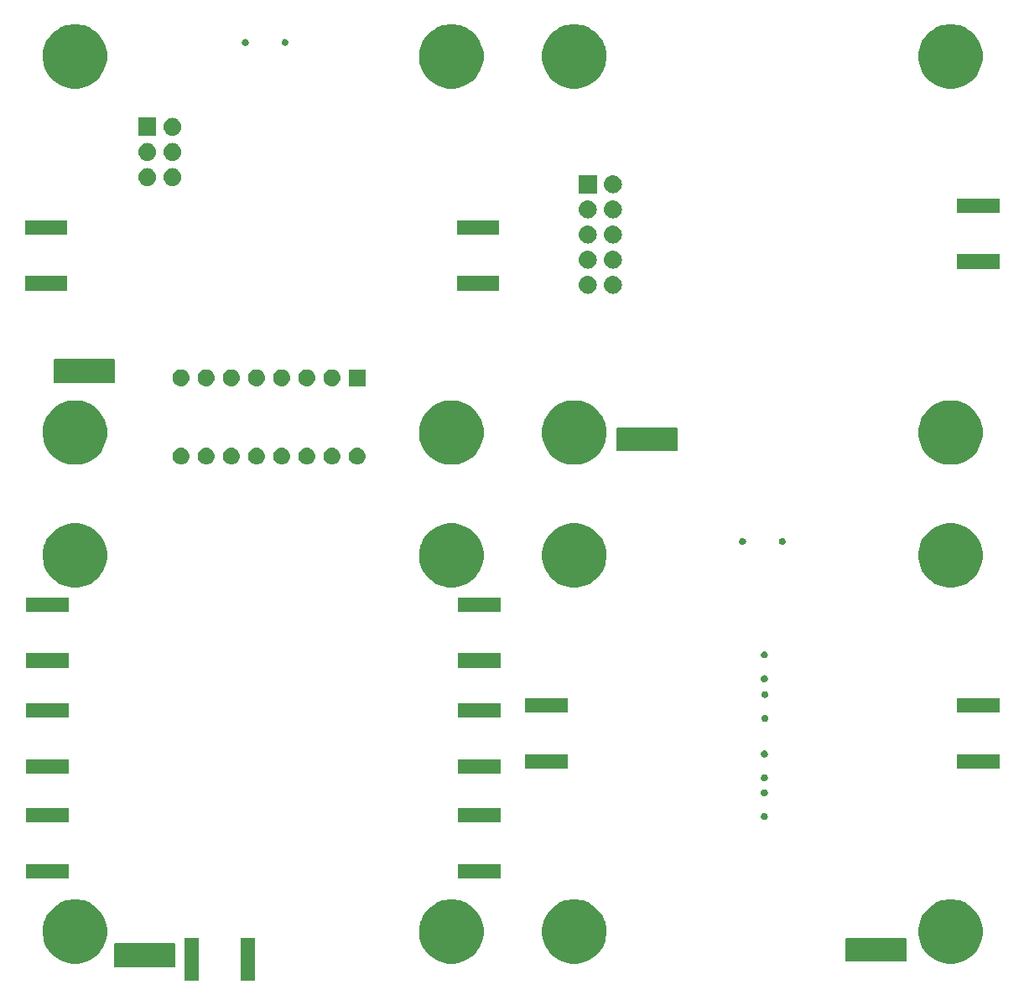
<source format=gbs>
%MOIN*%
%OFA0B0*%
%FSLAX46Y46*%
%IPPOS*%
%LPD*%
%ADD10C,0.005905511811023622*%
%ADD11C,0.0039370078740157488*%
%ADD22C,0.005905511811023622*%
%ADD23C,0.0039370078740157488*%
%ADD24C,0.005905511811023622*%
%ADD25C,0.0039370078740157488*%
%ADD26C,0.005905511811023622*%
%ADD27C,0.0039370078740157488*%
G01*
D10*
G36*
X0000356299Y0000147637D02*
X0000592519Y0000147637D01*
X0000592519Y0000059055D01*
X0000356299Y0000059055D01*
X0000356299Y0000147637D01*
G37*
X0000356299Y0000147637D02*
X0000592519Y0000147637D01*
X0000592519Y0000059055D01*
X0000356299Y0000059055D01*
X0000356299Y0000147637D01*
D11*
G36*
X0000911456Y0000001929D02*
X0000854291Y0000001929D01*
X0000854291Y0000171299D01*
X0000911456Y0000171299D01*
X0000911456Y0000001929D01*
X0000911456Y0000001929D01*
G37*
G36*
X0000689015Y0000001929D02*
X0000631850Y0000001929D01*
X0000631850Y0000171299D01*
X0000689015Y0000171299D01*
X0000689015Y0000001929D01*
X0000689015Y0000001929D01*
G37*
G36*
X0001717883Y0000322383D02*
X0001730247Y0000319923D01*
X0001753540Y0000310275D01*
X0001764941Y0000302657D01*
X0001774503Y0000296268D01*
X0001792331Y0000278440D01*
X0001792331Y0000278440D01*
X0001806338Y0000257477D01*
X0001811130Y0000245907D01*
X0001815986Y0000234184D01*
X0001820905Y0000209456D01*
X0001820905Y0000184244D01*
X0001818446Y0000171880D01*
X0001815986Y0000159516D01*
X0001806338Y0000136223D01*
X0001796585Y0000121626D01*
X0001792331Y0000115260D01*
X0001774503Y0000097432D01*
X0001774503Y0000097432D01*
X0001753540Y0000083425D01*
X0001730247Y0000073776D01*
X0001717883Y0000071317D01*
X0001705519Y0000068858D01*
X0001680307Y0000068858D01*
X0001667943Y0000071317D01*
X0001655579Y0000073776D01*
X0001632286Y0000083425D01*
X0001611323Y0000097432D01*
X0001611323Y0000097432D01*
X0001593495Y0000115260D01*
X0001589241Y0000121626D01*
X0001579488Y0000136223D01*
X0001569839Y0000159516D01*
X0001567380Y0000171880D01*
X0001564921Y0000184244D01*
X0001564921Y0000209456D01*
X0001569839Y0000234184D01*
X0001574695Y0000245907D01*
X0001579488Y0000257477D01*
X0001593495Y0000278440D01*
X0001593495Y0000278440D01*
X0001611323Y0000296268D01*
X0001620884Y0000302657D01*
X0001632286Y0000310275D01*
X0001655579Y0000319923D01*
X0001667943Y0000322383D01*
X0001680307Y0000324842D01*
X0001705519Y0000324842D01*
X0001717883Y0000322383D01*
X0001717883Y0000322383D01*
G37*
G36*
X0000221820Y0000322383D02*
X0000234184Y0000319923D01*
X0000257477Y0000310275D01*
X0000268878Y0000302657D01*
X0000278440Y0000296268D01*
X0000296268Y0000278440D01*
X0000296268Y0000278440D01*
X0000310275Y0000257477D01*
X0000315067Y0000245907D01*
X0000319923Y0000234184D01*
X0000324842Y0000209456D01*
X0000324842Y0000184244D01*
X0000322383Y0000171880D01*
X0000319923Y0000159516D01*
X0000310275Y0000136223D01*
X0000300522Y0000121626D01*
X0000296268Y0000115260D01*
X0000278440Y0000097432D01*
X0000278440Y0000097432D01*
X0000257477Y0000083425D01*
X0000234184Y0000073776D01*
X0000221820Y0000071317D01*
X0000209456Y0000068858D01*
X0000184244Y0000068858D01*
X0000171880Y0000071317D01*
X0000159516Y0000073776D01*
X0000136223Y0000083425D01*
X0000115260Y0000097432D01*
X0000115260Y0000097432D01*
X0000097432Y0000115260D01*
X0000093178Y0000121626D01*
X0000083425Y0000136223D01*
X0000073776Y0000159516D01*
X0000071317Y0000171880D01*
X0000068858Y0000184244D01*
X0000068858Y0000209456D01*
X0000073776Y0000234184D01*
X0000078632Y0000245907D01*
X0000083425Y0000257477D01*
X0000097432Y0000278440D01*
X0000097432Y0000278440D01*
X0000115260Y0000296268D01*
X0000124821Y0000302657D01*
X0000136223Y0000310275D01*
X0000159516Y0000319923D01*
X0000171880Y0000322383D01*
X0000184244Y0000324842D01*
X0000209456Y0000324842D01*
X0000221820Y0000322383D01*
X0000221820Y0000322383D01*
G37*
G36*
X0001887834Y0000407440D02*
X0001718464Y0000407440D01*
X0001718464Y0000464606D01*
X0001887834Y0000464606D01*
X0001887834Y0000407440D01*
X0001887834Y0000407440D01*
G37*
G36*
X0000171299Y0000407440D02*
X0000001929Y0000407440D01*
X0000001929Y0000464606D01*
X0000171299Y0000464606D01*
X0000171299Y0000407440D01*
X0000171299Y0000407440D01*
G37*
G36*
X0000171299Y0000629881D02*
X0000001929Y0000629881D01*
X0000001929Y0000687047D01*
X0000171299Y0000687047D01*
X0000171299Y0000629881D01*
X0000171299Y0000629881D01*
G37*
G36*
X0001887834Y0000629881D02*
X0001718464Y0000629881D01*
X0001718464Y0000687047D01*
X0001887834Y0000687047D01*
X0001887834Y0000629881D01*
X0001887834Y0000629881D01*
G37*
G36*
X0001887834Y0000824763D02*
X0001718464Y0000824763D01*
X0001718464Y0000881929D01*
X0001887834Y0000881929D01*
X0001887834Y0000824763D01*
X0001887834Y0000824763D01*
G37*
G36*
X0000171299Y0000824763D02*
X0000001929Y0000824763D01*
X0000001929Y0000881929D01*
X0000171299Y0000881929D01*
X0000171299Y0000824763D01*
X0000171299Y0000824763D01*
G37*
G36*
X0001887834Y0001047204D02*
X0001718464Y0001047204D01*
X0001718464Y0001104370D01*
X0001887834Y0001104370D01*
X0001887834Y0001047204D01*
X0001887834Y0001047204D01*
G37*
G36*
X0000171299Y0001047204D02*
X0000001929Y0001047204D01*
X0000001929Y0001104370D01*
X0000171299Y0001104370D01*
X0000171299Y0001047204D01*
X0000171299Y0001047204D01*
G37*
G36*
X0001887834Y0001246023D02*
X0001718464Y0001246023D01*
X0001718464Y0001303188D01*
X0001887834Y0001303188D01*
X0001887834Y0001246023D01*
X0001887834Y0001246023D01*
G37*
G36*
X0000171299Y0001246023D02*
X0000001929Y0001246023D01*
X0000001929Y0001303188D01*
X0000171299Y0001303188D01*
X0000171299Y0001246023D01*
X0000171299Y0001246023D01*
G37*
G36*
X0001887834Y0001468464D02*
X0001718464Y0001468464D01*
X0001718464Y0001525629D01*
X0001887834Y0001525629D01*
X0001887834Y0001468464D01*
X0001887834Y0001468464D01*
G37*
G36*
X0000171299Y0001468464D02*
X0000001929Y0001468464D01*
X0000001929Y0001525629D01*
X0000171299Y0001525629D01*
X0000171299Y0001468464D01*
X0000171299Y0001468464D01*
G37*
G36*
X0001717883Y0001818446D02*
X0001730247Y0001815986D01*
X0001753540Y0001806338D01*
X0001764941Y0001798720D01*
X0001774503Y0001792331D01*
X0001792331Y0001774503D01*
X0001792331Y0001774503D01*
X0001806338Y0001753540D01*
X0001811130Y0001741970D01*
X0001815986Y0001730247D01*
X0001820905Y0001705519D01*
X0001820905Y0001680307D01*
X0001818446Y0001667943D01*
X0001815986Y0001655579D01*
X0001806338Y0001632286D01*
X0001796585Y0001617689D01*
X0001792331Y0001611323D01*
X0001774503Y0001593495D01*
X0001774503Y0001593495D01*
X0001753540Y0001579488D01*
X0001730247Y0001569839D01*
X0001717883Y0001567380D01*
X0001705519Y0001564921D01*
X0001680307Y0001564921D01*
X0001667943Y0001567380D01*
X0001655579Y0001569839D01*
X0001632286Y0001579488D01*
X0001611323Y0001593495D01*
X0001611323Y0001593495D01*
X0001593495Y0001611323D01*
X0001589241Y0001617689D01*
X0001579488Y0001632286D01*
X0001569839Y0001655579D01*
X0001567380Y0001667943D01*
X0001564921Y0001680307D01*
X0001564921Y0001705519D01*
X0001569839Y0001730247D01*
X0001574695Y0001741970D01*
X0001579488Y0001753540D01*
X0001593495Y0001774503D01*
X0001593495Y0001774503D01*
X0001611323Y0001792331D01*
X0001620884Y0001798720D01*
X0001632286Y0001806338D01*
X0001655579Y0001815986D01*
X0001667943Y0001818446D01*
X0001680307Y0001820905D01*
X0001705519Y0001820905D01*
X0001717883Y0001818446D01*
X0001717883Y0001818446D01*
G37*
G36*
X0000221820Y0001818446D02*
X0000234184Y0001815986D01*
X0000257477Y0001806338D01*
X0000268878Y0001798720D01*
X0000278440Y0001792331D01*
X0000296268Y0001774503D01*
X0000296268Y0001774503D01*
X0000310275Y0001753540D01*
X0000315067Y0001741970D01*
X0000319923Y0001730247D01*
X0000324842Y0001705519D01*
X0000324842Y0001680307D01*
X0000322383Y0001667943D01*
X0000319923Y0001655579D01*
X0000310275Y0001632286D01*
X0000300522Y0001617689D01*
X0000296268Y0001611323D01*
X0000278440Y0001593495D01*
X0000278440Y0001593495D01*
X0000257477Y0001579488D01*
X0000234184Y0001569839D01*
X0000221820Y0001567380D01*
X0000209456Y0001564921D01*
X0000184244Y0001564921D01*
X0000171880Y0001567380D01*
X0000159516Y0001569839D01*
X0000136223Y0001579488D01*
X0000115260Y0001593495D01*
X0000115260Y0001593495D01*
X0000097432Y0001611323D01*
X0000093178Y0001617689D01*
X0000083425Y0001632286D01*
X0000073776Y0001655579D01*
X0000071317Y0001667943D01*
X0000068858Y0001680307D01*
X0000068858Y0001705519D01*
X0000073776Y0001730247D01*
X0000078632Y0001741970D01*
X0000083425Y0001753540D01*
X0000097432Y0001774503D01*
X0000097432Y0001774503D01*
X0000115260Y0001792331D01*
X0000124821Y0001798720D01*
X0000136223Y0001806338D01*
X0000159516Y0001815986D01*
X0000171880Y0001818446D01*
X0000184244Y0001820905D01*
X0000209456Y0001820905D01*
X0000221820Y0001818446D01*
X0000221820Y0001818446D01*
G37*
G04 next file*
G04 #@! TF.GenerationSoftware,KiCad,Pcbnew,(5.0.2)-1*
G04 #@! TF.CreationDate,2019-01-19T11:17:50+11:00*
G04 #@! TF.ProjectId,Filter_Bank_Dev_Rev_0,46696c74-6572-45f4-9261-6e6b5f446576,0*
G04 #@! TF.SameCoordinates,Original*
G04 #@! TF.FileFunction,Soldermask,Bot*
G04 #@! TF.FilePolarity,Negative*
G04 Gerber Fmt 4.6, Leading zero omitted, Abs format (unit mm)*
G04 Created by KiCad (PCBNEW (5.0.2)-1) date 19/01/2019 11:17:50*
G01*
G04 APERTURE LIST*
G04 APERTURE END LIST*
D22*
G04 #@! TO.C,REF\002A\002A*
G36*
X0003261811Y0000169291D02*
X0003498031Y0000169291D01*
X0003498031Y0000080708D01*
X0003261811Y0000080708D01*
X0003261811Y0000169291D01*
G37*
X0003261811Y0000169291D02*
X0003498031Y0000169291D01*
X0003498031Y0000080708D01*
X0003261811Y0000080708D01*
X0003261811Y0000169291D01*
D23*
G36*
X0003702135Y0000322383D02*
X0003714499Y0000319923D01*
X0003737792Y0000310275D01*
X0003749193Y0000302657D01*
X0003758755Y0000296268D01*
X0003776583Y0000278440D01*
X0003776583Y0000278440D01*
X0003790590Y0000257477D01*
X0003795382Y0000245907D01*
X0003800238Y0000234184D01*
X0003805157Y0000209456D01*
X0003805157Y0000184244D01*
X0003802698Y0000171880D01*
X0003800238Y0000159516D01*
X0003790590Y0000136223D01*
X0003780837Y0000121626D01*
X0003776583Y0000115260D01*
X0003758755Y0000097432D01*
X0003758755Y0000097432D01*
X0003737792Y0000083425D01*
X0003714499Y0000073776D01*
X0003702135Y0000071317D01*
X0003689771Y0000068858D01*
X0003664559Y0000068858D01*
X0003652195Y0000071317D01*
X0003639831Y0000073776D01*
X0003616538Y0000083425D01*
X0003595575Y0000097432D01*
X0003595575Y0000097432D01*
X0003577747Y0000115260D01*
X0003573493Y0000121626D01*
X0003563740Y0000136223D01*
X0003554091Y0000159516D01*
X0003551632Y0000171880D01*
X0003549173Y0000184244D01*
X0003549173Y0000209456D01*
X0003554091Y0000234184D01*
X0003558947Y0000245907D01*
X0003563740Y0000257477D01*
X0003577747Y0000278440D01*
X0003577747Y0000278440D01*
X0003595575Y0000296268D01*
X0003605136Y0000302657D01*
X0003616538Y0000310275D01*
X0003639831Y0000319923D01*
X0003652195Y0000322383D01*
X0003664559Y0000324842D01*
X0003689771Y0000324842D01*
X0003702135Y0000322383D01*
X0003702135Y0000322383D01*
G37*
G36*
X0002206072Y0000322383D02*
X0002218436Y0000319923D01*
X0002241729Y0000310275D01*
X0002253130Y0000302657D01*
X0002262692Y0000296268D01*
X0002280520Y0000278440D01*
X0002280520Y0000278440D01*
X0002294527Y0000257477D01*
X0002299319Y0000245907D01*
X0002304175Y0000234184D01*
X0002309094Y0000209456D01*
X0002309094Y0000184244D01*
X0002306635Y0000171880D01*
X0002304175Y0000159516D01*
X0002294527Y0000136223D01*
X0002284774Y0000121626D01*
X0002280520Y0000115260D01*
X0002262692Y0000097432D01*
X0002262692Y0000097432D01*
X0002241729Y0000083425D01*
X0002218436Y0000073776D01*
X0002206072Y0000071317D01*
X0002193708Y0000068858D01*
X0002168496Y0000068858D01*
X0002156132Y0000071317D01*
X0002143768Y0000073776D01*
X0002120475Y0000083425D01*
X0002099512Y0000097432D01*
X0002099512Y0000097432D01*
X0002081684Y0000115260D01*
X0002077430Y0000121626D01*
X0002067677Y0000136223D01*
X0002058028Y0000159516D01*
X0002055569Y0000171880D01*
X0002053110Y0000184244D01*
X0002053110Y0000209456D01*
X0002058028Y0000234184D01*
X0002062884Y0000245907D01*
X0002067677Y0000257477D01*
X0002081684Y0000278440D01*
X0002081684Y0000278440D01*
X0002099512Y0000296268D01*
X0002109073Y0000302657D01*
X0002120475Y0000310275D01*
X0002143768Y0000319923D01*
X0002156132Y0000322383D01*
X0002168496Y0000324842D01*
X0002193708Y0000324842D01*
X0002206072Y0000322383D01*
X0002206072Y0000322383D01*
G37*
G36*
X0002941038Y0000667913D02*
X0002943553Y0000666872D01*
X0002945816Y0000665359D01*
X0002947741Y0000663435D01*
X0002949254Y0000661171D01*
X0002950295Y0000658656D01*
X0002950826Y0000655987D01*
X0002950826Y0000653264D01*
X0002950295Y0000650595D01*
X0002949254Y0000648080D01*
X0002947741Y0000645816D01*
X0002945816Y0000643892D01*
X0002943553Y0000642379D01*
X0002941038Y0000641338D01*
X0002938368Y0000640807D01*
X0002935646Y0000640807D01*
X0002932977Y0000641338D01*
X0002930462Y0000642379D01*
X0002928198Y0000643892D01*
X0002926274Y0000645816D01*
X0002924761Y0000648080D01*
X0002923720Y0000650595D01*
X0002923189Y0000653264D01*
X0002923189Y0000655987D01*
X0002923720Y0000658656D01*
X0002924761Y0000661171D01*
X0002926274Y0000663435D01*
X0002928198Y0000665359D01*
X0002930462Y0000666872D01*
X0002932977Y0000667913D01*
X0002935646Y0000668444D01*
X0002938368Y0000668444D01*
X0002941038Y0000667913D01*
X0002941038Y0000667913D01*
G37*
G36*
X0002941038Y0000762401D02*
X0002943553Y0000761360D01*
X0002945816Y0000759847D01*
X0002947741Y0000757923D01*
X0002949254Y0000755659D01*
X0002950295Y0000753145D01*
X0002950826Y0000750475D01*
X0002950826Y0000747753D01*
X0002950295Y0000745083D01*
X0002949254Y0000742568D01*
X0002947741Y0000740305D01*
X0002945816Y0000738380D01*
X0002943553Y0000736868D01*
X0002941038Y0000735826D01*
X0002938368Y0000735295D01*
X0002935646Y0000735295D01*
X0002932977Y0000735826D01*
X0002930462Y0000736868D01*
X0002928198Y0000738380D01*
X0002926274Y0000740305D01*
X0002924761Y0000742568D01*
X0002923720Y0000745083D01*
X0002923189Y0000747753D01*
X0002923189Y0000750475D01*
X0002923720Y0000753145D01*
X0002924761Y0000755659D01*
X0002926274Y0000757923D01*
X0002928198Y0000759847D01*
X0002930462Y0000761360D01*
X0002932977Y0000762401D01*
X0002935646Y0000762933D01*
X0002938368Y0000762933D01*
X0002941038Y0000762401D01*
X0002941038Y0000762401D01*
G37*
G36*
X0002941038Y0000822342D02*
X0002943553Y0000821301D01*
X0002945816Y0000819788D01*
X0002947741Y0000817864D01*
X0002949254Y0000815600D01*
X0002950295Y0000813085D01*
X0002950826Y0000810416D01*
X0002950826Y0000807694D01*
X0002950295Y0000805024D01*
X0002949254Y0000802509D01*
X0002947741Y0000800246D01*
X0002945816Y0000798321D01*
X0002943553Y0000796808D01*
X0002941038Y0000795767D01*
X0002938368Y0000795236D01*
X0002935646Y0000795236D01*
X0002932977Y0000795767D01*
X0002930462Y0000796808D01*
X0002928198Y0000798321D01*
X0002926274Y0000800246D01*
X0002924761Y0000802509D01*
X0002923720Y0000805024D01*
X0002923189Y0000807694D01*
X0002923189Y0000810416D01*
X0002923720Y0000813085D01*
X0002924761Y0000815600D01*
X0002926274Y0000817864D01*
X0002928198Y0000819788D01*
X0002930462Y0000821301D01*
X0002932977Y0000822342D01*
X0002935646Y0000822873D01*
X0002938368Y0000822873D01*
X0002941038Y0000822342D01*
X0002941038Y0000822342D01*
G37*
G36*
X0003872086Y0000844448D02*
X0003702716Y0000844448D01*
X0003702716Y0000901614D01*
X0003872086Y0000901614D01*
X0003872086Y0000844448D01*
X0003872086Y0000844448D01*
G37*
G36*
X0002155551Y0000844448D02*
X0001986181Y0000844448D01*
X0001986181Y0000901614D01*
X0002155551Y0000901614D01*
X0002155551Y0000844448D01*
X0002155551Y0000844448D01*
G37*
G36*
X0002941038Y0000916831D02*
X0002943553Y0000915789D01*
X0002945816Y0000914277D01*
X0002947741Y0000912352D01*
X0002949254Y0000910088D01*
X0002950295Y0000907574D01*
X0002950826Y0000904904D01*
X0002950826Y0000902182D01*
X0002950295Y0000899512D01*
X0002949254Y0000896997D01*
X0002947741Y0000894734D01*
X0002945816Y0000892809D01*
X0002943553Y0000891297D01*
X0002941038Y0000890255D01*
X0002938368Y0000889724D01*
X0002935646Y0000889724D01*
X0002932977Y0000890255D01*
X0002930462Y0000891297D01*
X0002928198Y0000892809D01*
X0002926274Y0000894734D01*
X0002924761Y0000896997D01*
X0002923720Y0000899512D01*
X0002923189Y0000902182D01*
X0002923189Y0000904904D01*
X0002923720Y0000907574D01*
X0002924761Y0000910088D01*
X0002926274Y0000912352D01*
X0002928198Y0000914277D01*
X0002930462Y0000915789D01*
X0002932977Y0000916831D01*
X0002935646Y0000917362D01*
X0002938368Y0000917362D01*
X0002941038Y0000916831D01*
X0002941038Y0000916831D01*
G37*
G36*
X0002943007Y0001058563D02*
X0002945522Y0001057521D01*
X0002947785Y0001056009D01*
X0002949710Y0001054084D01*
X0002951222Y0001051821D01*
X0002952264Y0001049306D01*
X0002952795Y0001046636D01*
X0002952795Y0001043914D01*
X0002952264Y0001041244D01*
X0002951222Y0001038729D01*
X0002949710Y0001036466D01*
X0002947785Y0001034541D01*
X0002945522Y0001033029D01*
X0002943007Y0001031987D01*
X0002940337Y0001031456D01*
X0002937615Y0001031456D01*
X0002934945Y0001031987D01*
X0002932430Y0001033029D01*
X0002930167Y0001034541D01*
X0002928242Y0001036466D01*
X0002926730Y0001038729D01*
X0002925688Y0001041244D01*
X0002925157Y0001043914D01*
X0002925157Y0001046636D01*
X0002925688Y0001049306D01*
X0002926730Y0001051821D01*
X0002928242Y0001054084D01*
X0002930167Y0001056009D01*
X0002932430Y0001057521D01*
X0002934945Y0001058563D01*
X0002937615Y0001059094D01*
X0002940337Y0001059094D01*
X0002943007Y0001058563D01*
X0002943007Y0001058563D01*
G37*
G36*
X0003872086Y0001066889D02*
X0003702716Y0001066889D01*
X0003702716Y0001124055D01*
X0003872086Y0001124055D01*
X0003872086Y0001066889D01*
X0003872086Y0001066889D01*
G37*
G36*
X0002155551Y0001066889D02*
X0001986181Y0001066889D01*
X0001986181Y0001124055D01*
X0002155551Y0001124055D01*
X0002155551Y0001066889D01*
X0002155551Y0001066889D01*
G37*
G36*
X0002943007Y0001153051D02*
X0002945522Y0001152009D01*
X0002947785Y0001150497D01*
X0002949710Y0001148572D01*
X0002951222Y0001146309D01*
X0002952264Y0001143794D01*
X0002952795Y0001141124D01*
X0002952795Y0001138402D01*
X0002952264Y0001135732D01*
X0002951222Y0001133218D01*
X0002949710Y0001130954D01*
X0002947785Y0001129029D01*
X0002945522Y0001127517D01*
X0002943007Y0001126475D01*
X0002940337Y0001125944D01*
X0002937615Y0001125944D01*
X0002934945Y0001126475D01*
X0002932430Y0001127517D01*
X0002930167Y0001129029D01*
X0002928242Y0001130954D01*
X0002926730Y0001133218D01*
X0002925688Y0001135732D01*
X0002925157Y0001138402D01*
X0002925157Y0001141124D01*
X0002925688Y0001143794D01*
X0002926730Y0001146309D01*
X0002928242Y0001148572D01*
X0002930167Y0001150497D01*
X0002932430Y0001152009D01*
X0002934945Y0001153051D01*
X0002937615Y0001153582D01*
X0002940337Y0001153582D01*
X0002943007Y0001153051D01*
X0002943007Y0001153051D01*
G37*
G36*
X0002941038Y0001216043D02*
X0002943553Y0001215002D01*
X0002945816Y0001213489D01*
X0002947741Y0001211564D01*
X0002949254Y0001209301D01*
X0002950295Y0001206786D01*
X0002950826Y0001204116D01*
X0002950826Y0001201394D01*
X0002950295Y0001198725D01*
X0002949254Y0001196210D01*
X0002947741Y0001193946D01*
X0002945816Y0001192022D01*
X0002943553Y0001190509D01*
X0002941038Y0001189468D01*
X0002938368Y0001188936D01*
X0002935646Y0001188936D01*
X0002932977Y0001189468D01*
X0002930462Y0001190509D01*
X0002928198Y0001192022D01*
X0002926274Y0001193946D01*
X0002924761Y0001196210D01*
X0002923720Y0001198725D01*
X0002923189Y0001201394D01*
X0002923189Y0001204116D01*
X0002923720Y0001206786D01*
X0002924761Y0001209301D01*
X0002926274Y0001211564D01*
X0002928198Y0001213489D01*
X0002930462Y0001215002D01*
X0002932977Y0001216043D01*
X0002935646Y0001216574D01*
X0002938368Y0001216574D01*
X0002941038Y0001216043D01*
X0002941038Y0001216043D01*
G37*
G36*
X0002941038Y0001310531D02*
X0002943553Y0001309490D01*
X0002945816Y0001307977D01*
X0002947741Y0001306053D01*
X0002949254Y0001303789D01*
X0002950295Y0001301274D01*
X0002950826Y0001298605D01*
X0002950826Y0001295883D01*
X0002950295Y0001293213D01*
X0002949254Y0001290698D01*
X0002947741Y0001288435D01*
X0002945816Y0001286510D01*
X0002943553Y0001284997D01*
X0002941038Y0001283956D01*
X0002938368Y0001283425D01*
X0002935646Y0001283425D01*
X0002932977Y0001283956D01*
X0002930462Y0001284997D01*
X0002928198Y0001286510D01*
X0002926274Y0001288435D01*
X0002924761Y0001290698D01*
X0002923720Y0001293213D01*
X0002923189Y0001295883D01*
X0002923189Y0001298605D01*
X0002923720Y0001301274D01*
X0002924761Y0001303789D01*
X0002926274Y0001306053D01*
X0002928198Y0001307977D01*
X0002930462Y0001309490D01*
X0002932977Y0001310531D01*
X0002935646Y0001311062D01*
X0002938368Y0001311062D01*
X0002941038Y0001310531D01*
X0002941038Y0001310531D01*
G37*
G36*
X0003702135Y0001818446D02*
X0003714499Y0001815986D01*
X0003737792Y0001806338D01*
X0003749193Y0001798720D01*
X0003758755Y0001792331D01*
X0003776583Y0001774503D01*
X0003776583Y0001774503D01*
X0003790590Y0001753540D01*
X0003798270Y0001735000D01*
X0003800238Y0001730247D01*
X0003805157Y0001705519D01*
X0003805157Y0001680307D01*
X0003802698Y0001667943D01*
X0003800238Y0001655579D01*
X0003790590Y0001632286D01*
X0003780837Y0001617689D01*
X0003776583Y0001611323D01*
X0003758755Y0001593495D01*
X0003758755Y0001593495D01*
X0003737792Y0001579488D01*
X0003714499Y0001569839D01*
X0003702135Y0001567380D01*
X0003689771Y0001564921D01*
X0003664559Y0001564921D01*
X0003652195Y0001567380D01*
X0003639831Y0001569839D01*
X0003616538Y0001579488D01*
X0003595575Y0001593495D01*
X0003595575Y0001593495D01*
X0003577747Y0001611323D01*
X0003573493Y0001617689D01*
X0003563740Y0001632286D01*
X0003554091Y0001655579D01*
X0003551632Y0001667943D01*
X0003549173Y0001680307D01*
X0003549173Y0001705519D01*
X0003554091Y0001730247D01*
X0003556060Y0001735000D01*
X0003563740Y0001753540D01*
X0003577747Y0001774503D01*
X0003577747Y0001774503D01*
X0003595575Y0001792331D01*
X0003605136Y0001798720D01*
X0003616538Y0001806338D01*
X0003639831Y0001815986D01*
X0003652195Y0001818446D01*
X0003664559Y0001820905D01*
X0003689771Y0001820905D01*
X0003702135Y0001818446D01*
X0003702135Y0001818446D01*
G37*
G36*
X0002206072Y0001818446D02*
X0002218436Y0001815986D01*
X0002241729Y0001806338D01*
X0002253130Y0001798720D01*
X0002262692Y0001792331D01*
X0002280520Y0001774503D01*
X0002280520Y0001774503D01*
X0002294527Y0001753540D01*
X0002302207Y0001735000D01*
X0002304175Y0001730247D01*
X0002309094Y0001705519D01*
X0002309094Y0001680307D01*
X0002306635Y0001667943D01*
X0002304175Y0001655579D01*
X0002294527Y0001632286D01*
X0002284774Y0001617689D01*
X0002280520Y0001611323D01*
X0002262692Y0001593495D01*
X0002262692Y0001593495D01*
X0002241729Y0001579488D01*
X0002218436Y0001569839D01*
X0002206072Y0001567380D01*
X0002193708Y0001564921D01*
X0002168496Y0001564921D01*
X0002156132Y0001567380D01*
X0002143768Y0001569839D01*
X0002120475Y0001579488D01*
X0002099512Y0001593495D01*
X0002099512Y0001593495D01*
X0002081684Y0001611323D01*
X0002077430Y0001617689D01*
X0002067677Y0001632286D01*
X0002058028Y0001655579D01*
X0002055569Y0001667943D01*
X0002053110Y0001680307D01*
X0002053110Y0001705519D01*
X0002058028Y0001730247D01*
X0002059997Y0001735000D01*
X0002067677Y0001753540D01*
X0002081684Y0001774503D01*
X0002081684Y0001774503D01*
X0002099512Y0001792331D01*
X0002109073Y0001798720D01*
X0002120475Y0001806338D01*
X0002143768Y0001815986D01*
X0002156132Y0001818446D01*
X0002168496Y0001820905D01*
X0002193708Y0001820905D01*
X0002206072Y0001818446D01*
X0002206072Y0001818446D01*
G37*
G36*
X0003011904Y0001762106D02*
X0003014419Y0001761065D01*
X0003016683Y0001759552D01*
X0003018607Y0001757627D01*
X0003020120Y0001755364D01*
X0003021161Y0001752849D01*
X0003021692Y0001750179D01*
X0003021692Y0001747457D01*
X0003021161Y0001744788D01*
X0003020120Y0001742273D01*
X0003018607Y0001740009D01*
X0003016683Y0001738085D01*
X0003014419Y0001736572D01*
X0003011904Y0001735531D01*
X0003009235Y0001735000D01*
X0003006513Y0001735000D01*
X0003003843Y0001735531D01*
X0003001328Y0001736572D01*
X0002999065Y0001738085D01*
X0002997140Y0001740009D01*
X0002995627Y0001742273D01*
X0002994586Y0001744788D01*
X0002994055Y0001747457D01*
X0002994055Y0001750179D01*
X0002994586Y0001752849D01*
X0002995627Y0001755364D01*
X0002997140Y0001757627D01*
X0002999065Y0001759552D01*
X0003001328Y0001761065D01*
X0003003843Y0001762106D01*
X0003006513Y0001762637D01*
X0003009235Y0001762637D01*
X0003011904Y0001762106D01*
X0003011904Y0001762106D01*
G37*
G36*
X0002854424Y0001762106D02*
X0002856939Y0001761065D01*
X0002859202Y0001759552D01*
X0002861127Y0001757627D01*
X0002862639Y0001755364D01*
X0002863681Y0001752849D01*
X0002864212Y0001750179D01*
X0002864212Y0001747457D01*
X0002863681Y0001744788D01*
X0002862639Y0001742273D01*
X0002861127Y0001740009D01*
X0002859202Y0001738085D01*
X0002856939Y0001736572D01*
X0002854424Y0001735531D01*
X0002851754Y0001735000D01*
X0002849032Y0001735000D01*
X0002846362Y0001735531D01*
X0002843848Y0001736572D01*
X0002841584Y0001738085D01*
X0002839659Y0001740009D01*
X0002838147Y0001742273D01*
X0002837105Y0001744788D01*
X0002836574Y0001747457D01*
X0002836574Y0001750179D01*
X0002837105Y0001752849D01*
X0002838147Y0001755364D01*
X0002839659Y0001757627D01*
X0002841584Y0001759552D01*
X0002843848Y0001761065D01*
X0002846362Y0001762106D01*
X0002849032Y0001762637D01*
X0002851754Y0001762637D01*
X0002854424Y0001762106D01*
X0002854424Y0001762106D01*
G37*
G04 next file*
G04 #@! TF.GenerationSoftware,KiCad,Pcbnew,(5.0.2)-1*
G04 #@! TF.CreationDate,2019-01-19T12:29:50+11:00*
G04 #@! TF.ProjectId,Gain_Block_Dev_Rev_0,4761696e-5f42-46c6-9f63-6b5f4465765f,rev?*
G04 #@! TF.SameCoordinates,Original*
G04 #@! TF.FileFunction,Soldermask,Bot*
G04 #@! TF.FilePolarity,Negative*
G04 Gerber Fmt 4.6, Leading zero omitted, Abs format (unit mm)*
G04 Created by KiCad (PCBNEW (5.0.2)-1) date 19/01/2019 12:29:50*
G01*
G04 APERTURE LIST*
G04 APERTURE END LIST*
D24*
G04 #@! TO.C,REF\002A\002A*
G36*
X0000116141Y0002470472D02*
X0000352362Y0002470472D01*
X0000352362Y0002381889D01*
X0000116141Y0002381889D01*
X0000116141Y0002470472D01*
G37*
X0000116141Y0002470472D02*
X0000352362Y0002470472D01*
X0000352362Y0002381889D01*
X0000116141Y0002381889D01*
X0000116141Y0002470472D01*
D25*
G36*
X0001717883Y0002306634D02*
X0001730247Y0002304175D01*
X0001753540Y0002294527D01*
X0001764941Y0002286909D01*
X0001774503Y0002280519D01*
X0001792331Y0002262692D01*
X0001792331Y0002262692D01*
X0001806338Y0002241729D01*
X0001811130Y0002230159D01*
X0001815986Y0002218435D01*
X0001820905Y0002193708D01*
X0001820905Y0002168495D01*
X0001818446Y0002156132D01*
X0001815986Y0002143768D01*
X0001806338Y0002120475D01*
X0001796868Y0002106302D01*
X0001792331Y0002099511D01*
X0001774503Y0002081684D01*
X0001774503Y0002081684D01*
X0001753540Y0002067676D01*
X0001730247Y0002058028D01*
X0001717883Y0002055569D01*
X0001705519Y0002053109D01*
X0001680307Y0002053109D01*
X0001667943Y0002055569D01*
X0001655579Y0002058028D01*
X0001632286Y0002067676D01*
X0001611323Y0002081684D01*
X0001611323Y0002081684D01*
X0001593495Y0002099511D01*
X0001588958Y0002106302D01*
X0001579488Y0002120475D01*
X0001569839Y0002143768D01*
X0001567380Y0002156132D01*
X0001564921Y0002168495D01*
X0001564921Y0002193708D01*
X0001569839Y0002218435D01*
X0001574695Y0002230159D01*
X0001579488Y0002241729D01*
X0001593495Y0002262692D01*
X0001593495Y0002262692D01*
X0001611323Y0002280519D01*
X0001620884Y0002286909D01*
X0001632286Y0002294527D01*
X0001655579Y0002304175D01*
X0001667943Y0002306634D01*
X0001680307Y0002309094D01*
X0001705519Y0002309094D01*
X0001717883Y0002306634D01*
X0001717883Y0002306634D01*
G37*
G36*
X0000221820Y0002306634D02*
X0000234184Y0002304175D01*
X0000257477Y0002294527D01*
X0000268878Y0002286909D01*
X0000278440Y0002280519D01*
X0000296268Y0002262692D01*
X0000296268Y0002262692D01*
X0000310275Y0002241729D01*
X0000315067Y0002230159D01*
X0000319923Y0002218435D01*
X0000324842Y0002193708D01*
X0000324842Y0002168495D01*
X0000322383Y0002156132D01*
X0000319923Y0002143768D01*
X0000310275Y0002120475D01*
X0000300805Y0002106302D01*
X0000296268Y0002099511D01*
X0000278440Y0002081684D01*
X0000278440Y0002081684D01*
X0000257477Y0002067676D01*
X0000234184Y0002058028D01*
X0000221820Y0002055569D01*
X0000209456Y0002053109D01*
X0000184244Y0002053109D01*
X0000171880Y0002055569D01*
X0000159516Y0002058028D01*
X0000136223Y0002067676D01*
X0000115260Y0002081684D01*
X0000115260Y0002081684D01*
X0000097432Y0002099511D01*
X0000092895Y0002106302D01*
X0000083425Y0002120475D01*
X0000073776Y0002143768D01*
X0000071317Y0002156132D01*
X0000068858Y0002168495D01*
X0000068858Y0002193708D01*
X0000073776Y0002218435D01*
X0000078632Y0002230159D01*
X0000083425Y0002241729D01*
X0000097432Y0002262692D01*
X0000097432Y0002262692D01*
X0000115260Y0002280519D01*
X0000124821Y0002286909D01*
X0000136223Y0002294527D01*
X0000159516Y0002304175D01*
X0000171880Y0002306634D01*
X0000184244Y0002309094D01*
X0000209456Y0002309094D01*
X0000221820Y0002306634D01*
X0000221820Y0002306634D01*
G37*
G36*
X0000724677Y0002120617D02*
X0000724678Y0002120617D01*
X0000724678Y0002120617D01*
X0000730993Y0002118701D01*
X0000730993Y0002118701D01*
X0000730993Y0002118701D01*
X0000736814Y0002115590D01*
X0000741915Y0002111403D01*
X0000746102Y0002106302D01*
X0000749213Y0002100481D01*
X0000749213Y0002100481D01*
X0000749213Y0002100481D01*
X0000750411Y0002096532D01*
X0000751129Y0002094165D01*
X0000751776Y0002087598D01*
X0000751129Y0002081030D01*
X0000751129Y0002081030D01*
X0000751129Y0002081030D01*
X0000750271Y0002078203D01*
X0000749213Y0002074714D01*
X0000746102Y0002068894D01*
X0000741915Y0002063792D01*
X0000736814Y0002059605D01*
X0000730993Y0002056494D01*
X0000730993Y0002056494D01*
X0000730993Y0002056494D01*
X0000724678Y0002054579D01*
X0000724678Y0002054579D01*
X0000724677Y0002054578D01*
X0000719756Y0002054094D01*
X0000716464Y0002054094D01*
X0000711542Y0002054578D01*
X0000711542Y0002054579D01*
X0000711542Y0002054579D01*
X0000705226Y0002056494D01*
X0000705226Y0002056494D01*
X0000705226Y0002056494D01*
X0000699406Y0002059605D01*
X0000694304Y0002063792D01*
X0000690117Y0002068894D01*
X0000687006Y0002074714D01*
X0000685948Y0002078203D01*
X0000685091Y0002081030D01*
X0000685091Y0002081030D01*
X0000685091Y0002081030D01*
X0000684444Y0002087598D01*
X0000685091Y0002094165D01*
X0000685809Y0002096532D01*
X0000687006Y0002100481D01*
X0000687006Y0002100481D01*
X0000687006Y0002100481D01*
X0000690117Y0002106302D01*
X0000694304Y0002111403D01*
X0000699406Y0002115590D01*
X0000705226Y0002118701D01*
X0000705226Y0002118701D01*
X0000705226Y0002118701D01*
X0000711542Y0002120617D01*
X0000711542Y0002120617D01*
X0000711542Y0002120617D01*
X0000716464Y0002121102D01*
X0000719756Y0002121102D01*
X0000724677Y0002120617D01*
X0000724677Y0002120617D01*
G37*
G36*
X0000624677Y0002120617D02*
X0000624678Y0002120617D01*
X0000624678Y0002120617D01*
X0000630993Y0002118701D01*
X0000630993Y0002118701D01*
X0000630993Y0002118701D01*
X0000636814Y0002115590D01*
X0000641915Y0002111403D01*
X0000646102Y0002106302D01*
X0000649213Y0002100481D01*
X0000649213Y0002100481D01*
X0000649213Y0002100481D01*
X0000650411Y0002096532D01*
X0000651129Y0002094165D01*
X0000651776Y0002087598D01*
X0000651129Y0002081030D01*
X0000651129Y0002081030D01*
X0000651129Y0002081030D01*
X0000650271Y0002078203D01*
X0000649213Y0002074714D01*
X0000646102Y0002068894D01*
X0000641915Y0002063792D01*
X0000636814Y0002059605D01*
X0000630993Y0002056494D01*
X0000630993Y0002056494D01*
X0000630993Y0002056494D01*
X0000624678Y0002054579D01*
X0000624678Y0002054579D01*
X0000624677Y0002054578D01*
X0000619756Y0002054094D01*
X0000616464Y0002054094D01*
X0000611542Y0002054578D01*
X0000611542Y0002054579D01*
X0000611542Y0002054579D01*
X0000605226Y0002056494D01*
X0000605226Y0002056494D01*
X0000605226Y0002056494D01*
X0000599406Y0002059605D01*
X0000594304Y0002063792D01*
X0000590117Y0002068894D01*
X0000587006Y0002074714D01*
X0000585948Y0002078203D01*
X0000585091Y0002081030D01*
X0000585091Y0002081030D01*
X0000585091Y0002081030D01*
X0000584444Y0002087598D01*
X0000585091Y0002094165D01*
X0000585809Y0002096532D01*
X0000587006Y0002100481D01*
X0000587006Y0002100481D01*
X0000587006Y0002100481D01*
X0000590117Y0002106302D01*
X0000594304Y0002111403D01*
X0000599406Y0002115590D01*
X0000605226Y0002118701D01*
X0000605226Y0002118701D01*
X0000605226Y0002118701D01*
X0000611542Y0002120617D01*
X0000611542Y0002120617D01*
X0000611542Y0002120617D01*
X0000616464Y0002121102D01*
X0000619756Y0002121102D01*
X0000624677Y0002120617D01*
X0000624677Y0002120617D01*
G37*
G36*
X0000824677Y0002120617D02*
X0000824678Y0002120617D01*
X0000824678Y0002120617D01*
X0000830993Y0002118701D01*
X0000830993Y0002118701D01*
X0000830993Y0002118701D01*
X0000836814Y0002115590D01*
X0000841915Y0002111403D01*
X0000846102Y0002106302D01*
X0000849213Y0002100481D01*
X0000849213Y0002100481D01*
X0000849213Y0002100481D01*
X0000850411Y0002096532D01*
X0000851129Y0002094165D01*
X0000851776Y0002087598D01*
X0000851129Y0002081030D01*
X0000851129Y0002081030D01*
X0000851129Y0002081030D01*
X0000850271Y0002078203D01*
X0000849213Y0002074714D01*
X0000846102Y0002068894D01*
X0000841915Y0002063792D01*
X0000836814Y0002059605D01*
X0000830993Y0002056494D01*
X0000830993Y0002056494D01*
X0000830993Y0002056494D01*
X0000824678Y0002054579D01*
X0000824678Y0002054579D01*
X0000824677Y0002054578D01*
X0000819756Y0002054094D01*
X0000816464Y0002054094D01*
X0000811542Y0002054578D01*
X0000811542Y0002054579D01*
X0000811542Y0002054579D01*
X0000805226Y0002056494D01*
X0000805226Y0002056494D01*
X0000805226Y0002056494D01*
X0000799406Y0002059605D01*
X0000794304Y0002063792D01*
X0000790117Y0002068894D01*
X0000787006Y0002074714D01*
X0000785948Y0002078203D01*
X0000785091Y0002081030D01*
X0000785091Y0002081030D01*
X0000785091Y0002081030D01*
X0000784444Y0002087598D01*
X0000785091Y0002094165D01*
X0000785809Y0002096532D01*
X0000787006Y0002100481D01*
X0000787006Y0002100481D01*
X0000787006Y0002100481D01*
X0000790117Y0002106302D01*
X0000794304Y0002111403D01*
X0000799406Y0002115590D01*
X0000805226Y0002118701D01*
X0000805226Y0002118701D01*
X0000805226Y0002118701D01*
X0000811542Y0002120617D01*
X0000811542Y0002120617D01*
X0000811542Y0002120617D01*
X0000816464Y0002121102D01*
X0000819756Y0002121102D01*
X0000824677Y0002120617D01*
X0000824677Y0002120617D01*
G37*
G36*
X0000924677Y0002120617D02*
X0000924678Y0002120617D01*
X0000924678Y0002120617D01*
X0000930993Y0002118701D01*
X0000930993Y0002118701D01*
X0000930993Y0002118701D01*
X0000936814Y0002115590D01*
X0000941915Y0002111403D01*
X0000946102Y0002106302D01*
X0000949213Y0002100481D01*
X0000949213Y0002100481D01*
X0000949213Y0002100481D01*
X0000950411Y0002096532D01*
X0000951129Y0002094165D01*
X0000951776Y0002087598D01*
X0000951129Y0002081030D01*
X0000951129Y0002081030D01*
X0000951129Y0002081030D01*
X0000950271Y0002078203D01*
X0000949213Y0002074714D01*
X0000946102Y0002068894D01*
X0000941915Y0002063792D01*
X0000936814Y0002059605D01*
X0000930993Y0002056494D01*
X0000930993Y0002056494D01*
X0000930993Y0002056494D01*
X0000924678Y0002054579D01*
X0000924678Y0002054579D01*
X0000924677Y0002054578D01*
X0000919756Y0002054094D01*
X0000916464Y0002054094D01*
X0000911542Y0002054578D01*
X0000911542Y0002054579D01*
X0000911542Y0002054579D01*
X0000905226Y0002056494D01*
X0000905226Y0002056494D01*
X0000905226Y0002056494D01*
X0000899406Y0002059605D01*
X0000894304Y0002063792D01*
X0000890117Y0002068894D01*
X0000887006Y0002074714D01*
X0000885948Y0002078203D01*
X0000885091Y0002081030D01*
X0000885091Y0002081030D01*
X0000885091Y0002081030D01*
X0000884444Y0002087598D01*
X0000885091Y0002094165D01*
X0000885809Y0002096532D01*
X0000887006Y0002100481D01*
X0000887006Y0002100481D01*
X0000887006Y0002100481D01*
X0000890117Y0002106302D01*
X0000894304Y0002111403D01*
X0000899406Y0002115590D01*
X0000905226Y0002118701D01*
X0000905226Y0002118701D01*
X0000905226Y0002118701D01*
X0000911542Y0002120617D01*
X0000911542Y0002120617D01*
X0000911542Y0002120617D01*
X0000916464Y0002121102D01*
X0000919756Y0002121102D01*
X0000924677Y0002120617D01*
X0000924677Y0002120617D01*
G37*
G36*
X0001024677Y0002120617D02*
X0001024678Y0002120617D01*
X0001024678Y0002120617D01*
X0001030993Y0002118701D01*
X0001030993Y0002118701D01*
X0001030993Y0002118701D01*
X0001036814Y0002115590D01*
X0001041915Y0002111403D01*
X0001046102Y0002106302D01*
X0001049213Y0002100481D01*
X0001049213Y0002100481D01*
X0001049213Y0002100481D01*
X0001050411Y0002096532D01*
X0001051129Y0002094165D01*
X0001051776Y0002087598D01*
X0001051129Y0002081030D01*
X0001051129Y0002081030D01*
X0001051129Y0002081030D01*
X0001050271Y0002078203D01*
X0001049213Y0002074714D01*
X0001046102Y0002068894D01*
X0001041915Y0002063792D01*
X0001036814Y0002059605D01*
X0001030993Y0002056494D01*
X0001030993Y0002056494D01*
X0001030993Y0002056494D01*
X0001024678Y0002054579D01*
X0001024678Y0002054579D01*
X0001024677Y0002054578D01*
X0001019756Y0002054094D01*
X0001016464Y0002054094D01*
X0001011542Y0002054578D01*
X0001011542Y0002054579D01*
X0001011542Y0002054579D01*
X0001005226Y0002056494D01*
X0001005226Y0002056494D01*
X0001005226Y0002056494D01*
X0000999406Y0002059605D01*
X0000994304Y0002063792D01*
X0000990117Y0002068894D01*
X0000987006Y0002074714D01*
X0000985948Y0002078203D01*
X0000985091Y0002081030D01*
X0000985091Y0002081030D01*
X0000985091Y0002081030D01*
X0000984444Y0002087598D01*
X0000985091Y0002094165D01*
X0000985809Y0002096532D01*
X0000987006Y0002100481D01*
X0000987006Y0002100481D01*
X0000987006Y0002100481D01*
X0000990117Y0002106302D01*
X0000994304Y0002111403D01*
X0000999406Y0002115590D01*
X0001005226Y0002118701D01*
X0001005226Y0002118701D01*
X0001005226Y0002118701D01*
X0001011542Y0002120617D01*
X0001011542Y0002120617D01*
X0001011542Y0002120617D01*
X0001016464Y0002121102D01*
X0001019756Y0002121102D01*
X0001024677Y0002120617D01*
X0001024677Y0002120617D01*
G37*
G36*
X0001124677Y0002120617D02*
X0001124678Y0002120617D01*
X0001124678Y0002120617D01*
X0001130993Y0002118701D01*
X0001130993Y0002118701D01*
X0001130993Y0002118701D01*
X0001136814Y0002115590D01*
X0001141915Y0002111403D01*
X0001146102Y0002106302D01*
X0001149213Y0002100481D01*
X0001149213Y0002100481D01*
X0001149213Y0002100481D01*
X0001150411Y0002096532D01*
X0001151129Y0002094165D01*
X0001151776Y0002087598D01*
X0001151129Y0002081030D01*
X0001151129Y0002081030D01*
X0001151129Y0002081030D01*
X0001150271Y0002078203D01*
X0001149213Y0002074714D01*
X0001146102Y0002068894D01*
X0001141915Y0002063792D01*
X0001136814Y0002059605D01*
X0001130993Y0002056494D01*
X0001130993Y0002056494D01*
X0001130993Y0002056494D01*
X0001124678Y0002054579D01*
X0001124678Y0002054579D01*
X0001124677Y0002054578D01*
X0001119756Y0002054094D01*
X0001116464Y0002054094D01*
X0001111542Y0002054578D01*
X0001111542Y0002054579D01*
X0001111542Y0002054579D01*
X0001105226Y0002056494D01*
X0001105226Y0002056494D01*
X0001105226Y0002056494D01*
X0001099406Y0002059605D01*
X0001094304Y0002063792D01*
X0001090117Y0002068894D01*
X0001087006Y0002074714D01*
X0001085948Y0002078203D01*
X0001085091Y0002081030D01*
X0001085091Y0002081030D01*
X0001085091Y0002081030D01*
X0001084444Y0002087598D01*
X0001085091Y0002094165D01*
X0001085809Y0002096532D01*
X0001087006Y0002100481D01*
X0001087006Y0002100481D01*
X0001087006Y0002100481D01*
X0001090117Y0002106302D01*
X0001094304Y0002111403D01*
X0001099406Y0002115590D01*
X0001105226Y0002118701D01*
X0001105226Y0002118701D01*
X0001105226Y0002118701D01*
X0001111542Y0002120617D01*
X0001111542Y0002120617D01*
X0001111542Y0002120617D01*
X0001116464Y0002121102D01*
X0001119756Y0002121102D01*
X0001124677Y0002120617D01*
X0001124677Y0002120617D01*
G37*
G36*
X0001224677Y0002120617D02*
X0001224678Y0002120617D01*
X0001224678Y0002120617D01*
X0001230993Y0002118701D01*
X0001230993Y0002118701D01*
X0001230993Y0002118701D01*
X0001236814Y0002115590D01*
X0001241915Y0002111403D01*
X0001246102Y0002106302D01*
X0001249213Y0002100481D01*
X0001249213Y0002100481D01*
X0001249213Y0002100481D01*
X0001250411Y0002096532D01*
X0001251129Y0002094165D01*
X0001251776Y0002087598D01*
X0001251129Y0002081030D01*
X0001251129Y0002081030D01*
X0001251129Y0002081030D01*
X0001250271Y0002078203D01*
X0001249213Y0002074714D01*
X0001246102Y0002068894D01*
X0001241915Y0002063792D01*
X0001236814Y0002059605D01*
X0001230993Y0002056494D01*
X0001230993Y0002056494D01*
X0001230993Y0002056494D01*
X0001224678Y0002054579D01*
X0001224678Y0002054579D01*
X0001224677Y0002054578D01*
X0001219756Y0002054094D01*
X0001216464Y0002054094D01*
X0001211542Y0002054578D01*
X0001211542Y0002054579D01*
X0001211542Y0002054579D01*
X0001205226Y0002056494D01*
X0001205226Y0002056494D01*
X0001205226Y0002056494D01*
X0001199406Y0002059605D01*
X0001194304Y0002063792D01*
X0001190117Y0002068894D01*
X0001187006Y0002074714D01*
X0001185948Y0002078203D01*
X0001185091Y0002081030D01*
X0001185091Y0002081030D01*
X0001185091Y0002081030D01*
X0001184444Y0002087598D01*
X0001185091Y0002094165D01*
X0001185809Y0002096532D01*
X0001187006Y0002100481D01*
X0001187006Y0002100481D01*
X0001187006Y0002100481D01*
X0001190117Y0002106302D01*
X0001194304Y0002111403D01*
X0001199406Y0002115590D01*
X0001205226Y0002118701D01*
X0001205226Y0002118701D01*
X0001205226Y0002118701D01*
X0001211542Y0002120617D01*
X0001211542Y0002120617D01*
X0001211542Y0002120617D01*
X0001216464Y0002121102D01*
X0001219756Y0002121102D01*
X0001224677Y0002120617D01*
X0001224677Y0002120617D01*
G37*
G36*
X0001324677Y0002120617D02*
X0001324678Y0002120617D01*
X0001324678Y0002120617D01*
X0001330993Y0002118701D01*
X0001330993Y0002118701D01*
X0001330993Y0002118701D01*
X0001336814Y0002115590D01*
X0001341915Y0002111403D01*
X0001346102Y0002106302D01*
X0001349213Y0002100481D01*
X0001349213Y0002100481D01*
X0001349213Y0002100481D01*
X0001350411Y0002096532D01*
X0001351129Y0002094165D01*
X0001351776Y0002087598D01*
X0001351129Y0002081030D01*
X0001351129Y0002081030D01*
X0001351129Y0002081030D01*
X0001350271Y0002078203D01*
X0001349213Y0002074714D01*
X0001346102Y0002068894D01*
X0001341915Y0002063792D01*
X0001336814Y0002059605D01*
X0001330993Y0002056494D01*
X0001330993Y0002056494D01*
X0001330993Y0002056494D01*
X0001324678Y0002054579D01*
X0001324678Y0002054579D01*
X0001324677Y0002054578D01*
X0001319756Y0002054094D01*
X0001316464Y0002054094D01*
X0001311542Y0002054578D01*
X0001311542Y0002054579D01*
X0001311542Y0002054579D01*
X0001305226Y0002056494D01*
X0001305226Y0002056494D01*
X0001305226Y0002056494D01*
X0001299406Y0002059605D01*
X0001294304Y0002063792D01*
X0001290117Y0002068894D01*
X0001287006Y0002074714D01*
X0001285948Y0002078203D01*
X0001285091Y0002081030D01*
X0001285091Y0002081030D01*
X0001285091Y0002081030D01*
X0001284444Y0002087598D01*
X0001285091Y0002094165D01*
X0001285809Y0002096532D01*
X0001287006Y0002100481D01*
X0001287006Y0002100481D01*
X0001287006Y0002100481D01*
X0001290117Y0002106302D01*
X0001294304Y0002111403D01*
X0001299406Y0002115590D01*
X0001305226Y0002118701D01*
X0001305226Y0002118701D01*
X0001305226Y0002118701D01*
X0001311542Y0002120617D01*
X0001311542Y0002120617D01*
X0001311542Y0002120617D01*
X0001316464Y0002121102D01*
X0001319756Y0002121102D01*
X0001324677Y0002120617D01*
X0001324677Y0002120617D01*
G37*
G36*
X0001351614Y0002365905D02*
X0001284606Y0002365905D01*
X0001284606Y0002432913D01*
X0001351614Y0002432913D01*
X0001351614Y0002365905D01*
X0001351614Y0002365905D01*
G37*
G36*
X0001224677Y0002432428D02*
X0001224678Y0002432428D01*
X0001224678Y0002432428D01*
X0001230993Y0002430512D01*
X0001230993Y0002430512D01*
X0001230993Y0002430512D01*
X0001236814Y0002427401D01*
X0001241915Y0002423214D01*
X0001246102Y0002418113D01*
X0001249213Y0002412292D01*
X0001251129Y0002405976D01*
X0001251776Y0002399409D01*
X0001251129Y0002392841D01*
X0001249213Y0002386525D01*
X0001246102Y0002380705D01*
X0001241915Y0002375603D01*
X0001236814Y0002371416D01*
X0001230993Y0002368305D01*
X0001230993Y0002368305D01*
X0001230993Y0002368305D01*
X0001224678Y0002366390D01*
X0001224678Y0002366390D01*
X0001224677Y0002366390D01*
X0001219756Y0002365905D01*
X0001216464Y0002365905D01*
X0001211542Y0002366390D01*
X0001211542Y0002366390D01*
X0001211542Y0002366390D01*
X0001205226Y0002368305D01*
X0001205226Y0002368305D01*
X0001205226Y0002368305D01*
X0001199406Y0002371416D01*
X0001194304Y0002375603D01*
X0001190117Y0002380705D01*
X0001187006Y0002386525D01*
X0001185091Y0002392841D01*
X0001184444Y0002399409D01*
X0001185091Y0002405976D01*
X0001187006Y0002412292D01*
X0001190117Y0002418113D01*
X0001194304Y0002423214D01*
X0001199406Y0002427401D01*
X0001205226Y0002430512D01*
X0001205226Y0002430512D01*
X0001205226Y0002430512D01*
X0001211542Y0002432428D01*
X0001211542Y0002432428D01*
X0001211542Y0002432428D01*
X0001216464Y0002432913D01*
X0001219756Y0002432913D01*
X0001224677Y0002432428D01*
X0001224677Y0002432428D01*
G37*
G36*
X0000824677Y0002432428D02*
X0000824678Y0002432428D01*
X0000824678Y0002432428D01*
X0000830993Y0002430512D01*
X0000830993Y0002430512D01*
X0000830993Y0002430512D01*
X0000836814Y0002427401D01*
X0000841915Y0002423214D01*
X0000846102Y0002418113D01*
X0000849213Y0002412292D01*
X0000851129Y0002405976D01*
X0000851776Y0002399409D01*
X0000851129Y0002392841D01*
X0000849213Y0002386525D01*
X0000846102Y0002380705D01*
X0000841915Y0002375603D01*
X0000836814Y0002371416D01*
X0000830993Y0002368305D01*
X0000830993Y0002368305D01*
X0000830993Y0002368305D01*
X0000824678Y0002366390D01*
X0000824678Y0002366390D01*
X0000824677Y0002366390D01*
X0000819756Y0002365905D01*
X0000816464Y0002365905D01*
X0000811542Y0002366390D01*
X0000811542Y0002366390D01*
X0000811542Y0002366390D01*
X0000805226Y0002368305D01*
X0000805226Y0002368305D01*
X0000805226Y0002368305D01*
X0000799406Y0002371416D01*
X0000794304Y0002375603D01*
X0000790117Y0002380705D01*
X0000787006Y0002386525D01*
X0000785091Y0002392841D01*
X0000784444Y0002399409D01*
X0000785091Y0002405976D01*
X0000787006Y0002412292D01*
X0000790117Y0002418113D01*
X0000794304Y0002423214D01*
X0000799406Y0002427401D01*
X0000805226Y0002430512D01*
X0000805226Y0002430512D01*
X0000805226Y0002430512D01*
X0000811542Y0002432428D01*
X0000811542Y0002432428D01*
X0000811542Y0002432428D01*
X0000816464Y0002432913D01*
X0000819756Y0002432913D01*
X0000824677Y0002432428D01*
X0000824677Y0002432428D01*
G37*
G36*
X0001124677Y0002432428D02*
X0001124678Y0002432428D01*
X0001124678Y0002432428D01*
X0001130993Y0002430512D01*
X0001130993Y0002430512D01*
X0001130993Y0002430512D01*
X0001136814Y0002427401D01*
X0001141915Y0002423214D01*
X0001146102Y0002418113D01*
X0001149213Y0002412292D01*
X0001151129Y0002405976D01*
X0001151776Y0002399409D01*
X0001151129Y0002392841D01*
X0001149213Y0002386525D01*
X0001146102Y0002380705D01*
X0001141915Y0002375603D01*
X0001136814Y0002371416D01*
X0001130993Y0002368305D01*
X0001130993Y0002368305D01*
X0001130993Y0002368305D01*
X0001124678Y0002366390D01*
X0001124678Y0002366390D01*
X0001124677Y0002366390D01*
X0001119756Y0002365905D01*
X0001116464Y0002365905D01*
X0001111542Y0002366390D01*
X0001111542Y0002366390D01*
X0001111542Y0002366390D01*
X0001105226Y0002368305D01*
X0001105226Y0002368305D01*
X0001105226Y0002368305D01*
X0001099406Y0002371416D01*
X0001094304Y0002375603D01*
X0001090117Y0002380705D01*
X0001087006Y0002386525D01*
X0001085091Y0002392841D01*
X0001084444Y0002399409D01*
X0001085091Y0002405976D01*
X0001087006Y0002412292D01*
X0001090117Y0002418113D01*
X0001094304Y0002423214D01*
X0001099406Y0002427401D01*
X0001105226Y0002430512D01*
X0001105226Y0002430512D01*
X0001105226Y0002430512D01*
X0001111542Y0002432428D01*
X0001111542Y0002432428D01*
X0001111542Y0002432428D01*
X0001116464Y0002432913D01*
X0001119756Y0002432913D01*
X0001124677Y0002432428D01*
X0001124677Y0002432428D01*
G37*
G36*
X0000924677Y0002432428D02*
X0000924678Y0002432428D01*
X0000924678Y0002432428D01*
X0000930993Y0002430512D01*
X0000930993Y0002430512D01*
X0000930993Y0002430512D01*
X0000936814Y0002427401D01*
X0000941915Y0002423214D01*
X0000946102Y0002418113D01*
X0000949213Y0002412292D01*
X0000951129Y0002405976D01*
X0000951776Y0002399409D01*
X0000951129Y0002392841D01*
X0000949213Y0002386525D01*
X0000946102Y0002380705D01*
X0000941915Y0002375603D01*
X0000936814Y0002371416D01*
X0000930993Y0002368305D01*
X0000930993Y0002368305D01*
X0000930993Y0002368305D01*
X0000924678Y0002366390D01*
X0000924678Y0002366390D01*
X0000924677Y0002366390D01*
X0000919756Y0002365905D01*
X0000916464Y0002365905D01*
X0000911542Y0002366390D01*
X0000911542Y0002366390D01*
X0000911542Y0002366390D01*
X0000905226Y0002368305D01*
X0000905226Y0002368305D01*
X0000905226Y0002368305D01*
X0000899406Y0002371416D01*
X0000894304Y0002375603D01*
X0000890117Y0002380705D01*
X0000887006Y0002386525D01*
X0000885091Y0002392841D01*
X0000884444Y0002399409D01*
X0000885091Y0002405976D01*
X0000887006Y0002412292D01*
X0000890117Y0002418113D01*
X0000894304Y0002423214D01*
X0000899406Y0002427401D01*
X0000905226Y0002430512D01*
X0000905226Y0002430512D01*
X0000905226Y0002430512D01*
X0000911542Y0002432428D01*
X0000911542Y0002432428D01*
X0000911542Y0002432428D01*
X0000916464Y0002432913D01*
X0000919756Y0002432913D01*
X0000924677Y0002432428D01*
X0000924677Y0002432428D01*
G37*
G36*
X0000624677Y0002432428D02*
X0000624678Y0002432428D01*
X0000624678Y0002432428D01*
X0000630993Y0002430512D01*
X0000630993Y0002430512D01*
X0000630993Y0002430512D01*
X0000636814Y0002427401D01*
X0000641915Y0002423214D01*
X0000646102Y0002418113D01*
X0000649213Y0002412292D01*
X0000651129Y0002405976D01*
X0000651776Y0002399409D01*
X0000651129Y0002392841D01*
X0000649213Y0002386525D01*
X0000646102Y0002380705D01*
X0000641915Y0002375603D01*
X0000636814Y0002371416D01*
X0000630993Y0002368305D01*
X0000630993Y0002368305D01*
X0000630993Y0002368305D01*
X0000624678Y0002366390D01*
X0000624678Y0002366390D01*
X0000624677Y0002366390D01*
X0000619756Y0002365905D01*
X0000616464Y0002365905D01*
X0000611542Y0002366390D01*
X0000611542Y0002366390D01*
X0000611542Y0002366390D01*
X0000605226Y0002368305D01*
X0000605226Y0002368305D01*
X0000605226Y0002368305D01*
X0000599406Y0002371416D01*
X0000594304Y0002375603D01*
X0000590117Y0002380705D01*
X0000587006Y0002386525D01*
X0000585091Y0002392841D01*
X0000584444Y0002399409D01*
X0000585091Y0002405976D01*
X0000587006Y0002412292D01*
X0000590117Y0002418113D01*
X0000594304Y0002423214D01*
X0000599406Y0002427401D01*
X0000605226Y0002430512D01*
X0000605226Y0002430512D01*
X0000605226Y0002430512D01*
X0000611542Y0002432428D01*
X0000611542Y0002432428D01*
X0000611542Y0002432428D01*
X0000616464Y0002432913D01*
X0000619756Y0002432913D01*
X0000624677Y0002432428D01*
X0000624677Y0002432428D01*
G37*
G36*
X0000724677Y0002432428D02*
X0000724678Y0002432428D01*
X0000724678Y0002432428D01*
X0000730993Y0002430512D01*
X0000730993Y0002430512D01*
X0000730993Y0002430512D01*
X0000736814Y0002427401D01*
X0000741915Y0002423214D01*
X0000746102Y0002418113D01*
X0000749213Y0002412292D01*
X0000751129Y0002405976D01*
X0000751776Y0002399409D01*
X0000751129Y0002392841D01*
X0000749213Y0002386525D01*
X0000746102Y0002380705D01*
X0000741915Y0002375603D01*
X0000736814Y0002371416D01*
X0000730993Y0002368305D01*
X0000730993Y0002368305D01*
X0000730993Y0002368305D01*
X0000724678Y0002366390D01*
X0000724678Y0002366390D01*
X0000724677Y0002366390D01*
X0000719756Y0002365905D01*
X0000716464Y0002365905D01*
X0000711542Y0002366390D01*
X0000711542Y0002366390D01*
X0000711542Y0002366390D01*
X0000705226Y0002368305D01*
X0000705226Y0002368305D01*
X0000705226Y0002368305D01*
X0000699406Y0002371416D01*
X0000694304Y0002375603D01*
X0000690117Y0002380705D01*
X0000687006Y0002386525D01*
X0000685091Y0002392841D01*
X0000684444Y0002399409D01*
X0000685091Y0002405976D01*
X0000687006Y0002412292D01*
X0000690117Y0002418113D01*
X0000694304Y0002423214D01*
X0000699406Y0002427401D01*
X0000705226Y0002430512D01*
X0000705226Y0002430512D01*
X0000705226Y0002430512D01*
X0000711542Y0002432428D01*
X0000711542Y0002432428D01*
X0000711542Y0002432428D01*
X0000716464Y0002432913D01*
X0000719756Y0002432913D01*
X0000724677Y0002432428D01*
X0000724677Y0002432428D01*
G37*
G36*
X0001024677Y0002432428D02*
X0001024678Y0002432428D01*
X0001024678Y0002432428D01*
X0001030993Y0002430512D01*
X0001030993Y0002430512D01*
X0001030993Y0002430512D01*
X0001036814Y0002427401D01*
X0001041915Y0002423214D01*
X0001046102Y0002418113D01*
X0001049213Y0002412292D01*
X0001051129Y0002405976D01*
X0001051776Y0002399409D01*
X0001051129Y0002392841D01*
X0001049213Y0002386525D01*
X0001046102Y0002380705D01*
X0001041915Y0002375603D01*
X0001036814Y0002371416D01*
X0001030993Y0002368305D01*
X0001030993Y0002368305D01*
X0001030993Y0002368305D01*
X0001024678Y0002366390D01*
X0001024678Y0002366390D01*
X0001024677Y0002366390D01*
X0001019756Y0002365905D01*
X0001016464Y0002365905D01*
X0001011542Y0002366390D01*
X0001011542Y0002366390D01*
X0001011542Y0002366390D01*
X0001005226Y0002368305D01*
X0001005226Y0002368305D01*
X0001005226Y0002368305D01*
X0000999406Y0002371416D01*
X0000994304Y0002375603D01*
X0000990117Y0002380705D01*
X0000987006Y0002386525D01*
X0000985091Y0002392841D01*
X0000984444Y0002399409D01*
X0000985091Y0002405976D01*
X0000987006Y0002412292D01*
X0000990117Y0002418113D01*
X0000994304Y0002423214D01*
X0000999406Y0002427401D01*
X0001005226Y0002430512D01*
X0001005226Y0002430512D01*
X0001005226Y0002430512D01*
X0001011542Y0002432428D01*
X0001011542Y0002432428D01*
X0001011542Y0002432428D01*
X0001016464Y0002432913D01*
X0001019756Y0002432913D01*
X0001024677Y0002432428D01*
X0001024677Y0002432428D01*
G37*
G36*
X0001883897Y0002746023D02*
X0001714527Y0002746023D01*
X0001714527Y0002803188D01*
X0001883897Y0002803188D01*
X0001883897Y0002746023D01*
X0001883897Y0002746023D01*
G37*
G36*
X0000167362Y0002746023D02*
X-0000002007Y0002746023D01*
X-0000002007Y0002803188D01*
X0000167362Y0002803188D01*
X0000167362Y0002746023D01*
X0000167362Y0002746023D01*
G37*
G36*
X0000167362Y0002968464D02*
X-0000002007Y0002968464D01*
X-0000002007Y0003025629D01*
X0000167362Y0003025629D01*
X0000167362Y0002968464D01*
X0000167362Y0002968464D01*
G37*
G36*
X0001883897Y0002968464D02*
X0001714527Y0002968464D01*
X0001714527Y0003025629D01*
X0001883897Y0003025629D01*
X0001883897Y0002968464D01*
X0001883897Y0002968464D01*
G37*
G36*
X0000488600Y0003232853D02*
X0000491205Y0003232596D01*
X0000495663Y0003231244D01*
X0000497892Y0003230568D01*
X0000503349Y0003227651D01*
X0000504054Y0003227274D01*
X0000505461Y0003226119D01*
X0000509456Y0003222841D01*
X0000512734Y0003218847D01*
X0000513888Y0003217440D01*
X0000513888Y0003217440D01*
X0000517182Y0003211277D01*
X0000517182Y0003211277D01*
X0000519211Y0003204591D01*
X0000519896Y0003197637D01*
X0000519211Y0003190683D01*
X0000517858Y0003186225D01*
X0000517182Y0003183997D01*
X0000514265Y0003178539D01*
X0000513888Y0003177834D01*
X0000512734Y0003176427D01*
X0000509456Y0003172433D01*
X0000505461Y0003169155D01*
X0000504054Y0003168000D01*
X0000504054Y0003168000D01*
X0000497892Y0003164706D01*
X0000495663Y0003164030D01*
X0000491205Y0003162678D01*
X0000488600Y0003162421D01*
X0000485994Y0003162165D01*
X0000482509Y0003162165D01*
X0000479903Y0003162421D01*
X0000477298Y0003162678D01*
X0000472840Y0003164030D01*
X0000470611Y0003164706D01*
X0000464449Y0003168000D01*
X0000464449Y0003168000D01*
X0000463042Y0003169155D01*
X0000459047Y0003172433D01*
X0000455769Y0003176427D01*
X0000454615Y0003177834D01*
X0000454238Y0003178539D01*
X0000451321Y0003183997D01*
X0000450645Y0003186225D01*
X0000449292Y0003190683D01*
X0000448607Y0003197637D01*
X0000449292Y0003204591D01*
X0000451321Y0003211277D01*
X0000451321Y0003211277D01*
X0000454614Y0003217440D01*
X0000454615Y0003217440D01*
X0000455769Y0003218847D01*
X0000459047Y0003222841D01*
X0000463042Y0003226119D01*
X0000464449Y0003227274D01*
X0000465154Y0003227651D01*
X0000470611Y0003230568D01*
X0000472840Y0003231244D01*
X0000477298Y0003232596D01*
X0000479903Y0003232853D01*
X0000482509Y0003233109D01*
X0000485994Y0003233109D01*
X0000488600Y0003232853D01*
X0000488600Y0003232853D01*
G37*
G36*
X0000588600Y0003232853D02*
X0000591205Y0003232596D01*
X0000595663Y0003231244D01*
X0000597892Y0003230568D01*
X0000603349Y0003227651D01*
X0000604054Y0003227274D01*
X0000605461Y0003226119D01*
X0000609456Y0003222841D01*
X0000612734Y0003218847D01*
X0000613888Y0003217440D01*
X0000613888Y0003217440D01*
X0000617182Y0003211277D01*
X0000617182Y0003211277D01*
X0000619211Y0003204591D01*
X0000619895Y0003197637D01*
X0000619211Y0003190683D01*
X0000617858Y0003186225D01*
X0000617182Y0003183997D01*
X0000614265Y0003178539D01*
X0000613888Y0003177834D01*
X0000612734Y0003176427D01*
X0000609456Y0003172433D01*
X0000605461Y0003169155D01*
X0000604054Y0003168000D01*
X0000604054Y0003168000D01*
X0000597892Y0003164706D01*
X0000595663Y0003164030D01*
X0000591205Y0003162678D01*
X0000588600Y0003162421D01*
X0000585994Y0003162165D01*
X0000582509Y0003162165D01*
X0000579903Y0003162421D01*
X0000577298Y0003162678D01*
X0000572840Y0003164030D01*
X0000570611Y0003164706D01*
X0000564449Y0003168000D01*
X0000564449Y0003168000D01*
X0000563042Y0003169155D01*
X0000559047Y0003172433D01*
X0000555769Y0003176427D01*
X0000554615Y0003177834D01*
X0000554238Y0003178539D01*
X0000551321Y0003183997D01*
X0000550645Y0003186225D01*
X0000549292Y0003190683D01*
X0000548607Y0003197637D01*
X0000549292Y0003204591D01*
X0000551321Y0003211277D01*
X0000551321Y0003211277D01*
X0000554615Y0003217440D01*
X0000554615Y0003217440D01*
X0000555769Y0003218847D01*
X0000559047Y0003222841D01*
X0000563042Y0003226119D01*
X0000564449Y0003227274D01*
X0000565154Y0003227651D01*
X0000570611Y0003230568D01*
X0000572840Y0003231244D01*
X0000577298Y0003232596D01*
X0000579903Y0003232853D01*
X0000582509Y0003233109D01*
X0000585994Y0003233109D01*
X0000588600Y0003232853D01*
X0000588600Y0003232853D01*
G37*
G36*
X0000488600Y0003332853D02*
X0000491205Y0003332596D01*
X0000495663Y0003331244D01*
X0000497892Y0003330568D01*
X0000503349Y0003327651D01*
X0000504054Y0003327274D01*
X0000505461Y0003326119D01*
X0000509456Y0003322841D01*
X0000512734Y0003318847D01*
X0000513888Y0003317440D01*
X0000513888Y0003317440D01*
X0000517182Y0003311277D01*
X0000517182Y0003311277D01*
X0000519211Y0003304591D01*
X0000519896Y0003297637D01*
X0000519211Y0003290683D01*
X0000517858Y0003286225D01*
X0000517182Y0003283997D01*
X0000514265Y0003278539D01*
X0000513888Y0003277834D01*
X0000512734Y0003276427D01*
X0000509456Y0003272433D01*
X0000505461Y0003269155D01*
X0000504054Y0003268000D01*
X0000504054Y0003268000D01*
X0000497892Y0003264706D01*
X0000495663Y0003264030D01*
X0000491205Y0003262678D01*
X0000488600Y0003262421D01*
X0000485994Y0003262165D01*
X0000482509Y0003262165D01*
X0000479903Y0003262421D01*
X0000477298Y0003262678D01*
X0000472840Y0003264030D01*
X0000470611Y0003264706D01*
X0000464449Y0003268000D01*
X0000464449Y0003268000D01*
X0000463042Y0003269155D01*
X0000459047Y0003272433D01*
X0000455769Y0003276427D01*
X0000454615Y0003277834D01*
X0000454238Y0003278539D01*
X0000451321Y0003283997D01*
X0000450645Y0003286225D01*
X0000449292Y0003290683D01*
X0000448607Y0003297637D01*
X0000449292Y0003304591D01*
X0000451321Y0003311277D01*
X0000451321Y0003311277D01*
X0000454614Y0003317440D01*
X0000454615Y0003317440D01*
X0000455769Y0003318847D01*
X0000459047Y0003322841D01*
X0000463042Y0003326119D01*
X0000464449Y0003327274D01*
X0000465154Y0003327651D01*
X0000470611Y0003330568D01*
X0000472840Y0003331244D01*
X0000477298Y0003332596D01*
X0000479903Y0003332853D01*
X0000482509Y0003333109D01*
X0000485994Y0003333109D01*
X0000488600Y0003332853D01*
X0000488600Y0003332853D01*
G37*
G36*
X0000588600Y0003332853D02*
X0000591205Y0003332596D01*
X0000595663Y0003331244D01*
X0000597892Y0003330568D01*
X0000603349Y0003327651D01*
X0000604054Y0003327274D01*
X0000605461Y0003326119D01*
X0000609456Y0003322841D01*
X0000612734Y0003318847D01*
X0000613888Y0003317440D01*
X0000613888Y0003317440D01*
X0000617182Y0003311277D01*
X0000617182Y0003311277D01*
X0000619211Y0003304591D01*
X0000619895Y0003297637D01*
X0000619211Y0003290683D01*
X0000617858Y0003286225D01*
X0000617182Y0003283997D01*
X0000614265Y0003278539D01*
X0000613888Y0003277834D01*
X0000612734Y0003276427D01*
X0000609456Y0003272433D01*
X0000605461Y0003269155D01*
X0000604054Y0003268000D01*
X0000604054Y0003268000D01*
X0000597892Y0003264706D01*
X0000595663Y0003264030D01*
X0000591205Y0003262678D01*
X0000588600Y0003262421D01*
X0000585994Y0003262165D01*
X0000582509Y0003262165D01*
X0000579903Y0003262421D01*
X0000577298Y0003262678D01*
X0000572840Y0003264030D01*
X0000570611Y0003264706D01*
X0000564449Y0003268000D01*
X0000564449Y0003268000D01*
X0000563042Y0003269155D01*
X0000559047Y0003272433D01*
X0000555769Y0003276427D01*
X0000554615Y0003277834D01*
X0000554238Y0003278539D01*
X0000551321Y0003283997D01*
X0000550645Y0003286225D01*
X0000549292Y0003290683D01*
X0000548607Y0003297637D01*
X0000549292Y0003304591D01*
X0000551321Y0003311277D01*
X0000551321Y0003311277D01*
X0000554615Y0003317440D01*
X0000554615Y0003317440D01*
X0000555769Y0003318847D01*
X0000559047Y0003322841D01*
X0000563042Y0003326119D01*
X0000564449Y0003327274D01*
X0000565154Y0003327651D01*
X0000570611Y0003330568D01*
X0000572840Y0003331244D01*
X0000577298Y0003332596D01*
X0000579903Y0003332853D01*
X0000582509Y0003333109D01*
X0000585994Y0003333109D01*
X0000588600Y0003332853D01*
X0000588600Y0003332853D01*
G37*
G36*
X0000519724Y0003362165D02*
X0000448779Y0003362165D01*
X0000448779Y0003433109D01*
X0000519724Y0003433109D01*
X0000519724Y0003362165D01*
X0000519724Y0003362165D01*
G37*
G36*
X0000588600Y0003432853D02*
X0000591205Y0003432596D01*
X0000595663Y0003431244D01*
X0000597892Y0003430568D01*
X0000603349Y0003427651D01*
X0000604054Y0003427274D01*
X0000605461Y0003426119D01*
X0000609456Y0003422841D01*
X0000612734Y0003418847D01*
X0000613888Y0003417440D01*
X0000613888Y0003417440D01*
X0000617182Y0003411277D01*
X0000617182Y0003411277D01*
X0000619211Y0003404591D01*
X0000619895Y0003397637D01*
X0000619211Y0003390683D01*
X0000617858Y0003386225D01*
X0000617182Y0003383997D01*
X0000614265Y0003378539D01*
X0000613888Y0003377834D01*
X0000612734Y0003376427D01*
X0000609456Y0003372433D01*
X0000605461Y0003369155D01*
X0000604054Y0003368000D01*
X0000604054Y0003368000D01*
X0000597892Y0003364706D01*
X0000595663Y0003364030D01*
X0000591205Y0003362678D01*
X0000588600Y0003362421D01*
X0000585994Y0003362165D01*
X0000582509Y0003362165D01*
X0000579903Y0003362421D01*
X0000577298Y0003362678D01*
X0000572840Y0003364030D01*
X0000570611Y0003364706D01*
X0000564449Y0003368000D01*
X0000564449Y0003368000D01*
X0000563042Y0003369155D01*
X0000559047Y0003372433D01*
X0000555769Y0003376427D01*
X0000554615Y0003377834D01*
X0000554238Y0003378539D01*
X0000551321Y0003383997D01*
X0000550645Y0003386225D01*
X0000549292Y0003390683D01*
X0000548607Y0003397637D01*
X0000549292Y0003404591D01*
X0000551321Y0003411277D01*
X0000551321Y0003411277D01*
X0000554615Y0003417440D01*
X0000554615Y0003417440D01*
X0000555769Y0003418847D01*
X0000559047Y0003422841D01*
X0000563042Y0003426119D01*
X0000564449Y0003427274D01*
X0000565154Y0003427651D01*
X0000570611Y0003430568D01*
X0000572840Y0003431244D01*
X0000577298Y0003432596D01*
X0000579903Y0003432853D01*
X0000582509Y0003433109D01*
X0000585994Y0003433109D01*
X0000588600Y0003432853D01*
X0000588600Y0003432853D01*
G37*
G36*
X0000221820Y0003802697D02*
X0000234184Y0003800238D01*
X0000257477Y0003790590D01*
X0000268878Y0003782972D01*
X0000278440Y0003776582D01*
X0000296268Y0003758755D01*
X0000296268Y0003758755D01*
X0000310275Y0003737792D01*
X0000317955Y0003719251D01*
X0000319923Y0003714498D01*
X0000324842Y0003689771D01*
X0000324842Y0003664558D01*
X0000322383Y0003652195D01*
X0000319923Y0003639831D01*
X0000310275Y0003616538D01*
X0000300522Y0003601941D01*
X0000296268Y0003595574D01*
X0000278440Y0003577747D01*
X0000278440Y0003577747D01*
X0000257477Y0003563739D01*
X0000234184Y0003554091D01*
X0000221820Y0003551632D01*
X0000209456Y0003549172D01*
X0000184244Y0003549172D01*
X0000171880Y0003551632D01*
X0000159516Y0003554091D01*
X0000136223Y0003563739D01*
X0000115260Y0003577747D01*
X0000115260Y0003577747D01*
X0000097432Y0003595574D01*
X0000093178Y0003601941D01*
X0000083425Y0003616538D01*
X0000073776Y0003639831D01*
X0000071317Y0003652195D01*
X0000068858Y0003664558D01*
X0000068858Y0003689771D01*
X0000073776Y0003714498D01*
X0000075745Y0003719251D01*
X0000083425Y0003737792D01*
X0000097432Y0003758755D01*
X0000097432Y0003758755D01*
X0000115260Y0003776582D01*
X0000124821Y0003782972D01*
X0000136223Y0003790590D01*
X0000159516Y0003800238D01*
X0000171880Y0003802697D01*
X0000184244Y0003805157D01*
X0000209456Y0003805157D01*
X0000221820Y0003802697D01*
X0000221820Y0003802697D01*
G37*
G36*
X0001717883Y0003802697D02*
X0001730247Y0003800238D01*
X0001753540Y0003790590D01*
X0001764941Y0003782972D01*
X0001774503Y0003776582D01*
X0001792331Y0003758755D01*
X0001792331Y0003758755D01*
X0001806338Y0003737792D01*
X0001814018Y0003719251D01*
X0001815986Y0003714498D01*
X0001820905Y0003689771D01*
X0001820905Y0003664558D01*
X0001818446Y0003652195D01*
X0001815986Y0003639831D01*
X0001806338Y0003616538D01*
X0001796585Y0003601941D01*
X0001792331Y0003595574D01*
X0001774503Y0003577747D01*
X0001774503Y0003577747D01*
X0001753540Y0003563739D01*
X0001730247Y0003554091D01*
X0001717883Y0003551632D01*
X0001705519Y0003549172D01*
X0001680307Y0003549172D01*
X0001667943Y0003551632D01*
X0001655579Y0003554091D01*
X0001632286Y0003563739D01*
X0001611323Y0003577747D01*
X0001611323Y0003577747D01*
X0001593495Y0003595574D01*
X0001589241Y0003601941D01*
X0001579488Y0003616538D01*
X0001569839Y0003639831D01*
X0001567380Y0003652195D01*
X0001564921Y0003664558D01*
X0001564921Y0003689771D01*
X0001569839Y0003714498D01*
X0001571808Y0003719251D01*
X0001579488Y0003737792D01*
X0001593495Y0003758755D01*
X0001593495Y0003758755D01*
X0001611323Y0003776582D01*
X0001620884Y0003782972D01*
X0001632286Y0003790590D01*
X0001655579Y0003800238D01*
X0001667943Y0003802697D01*
X0001680307Y0003805157D01*
X0001705519Y0003805157D01*
X0001717883Y0003802697D01*
X0001717883Y0003802697D01*
G37*
G36*
X0001035526Y0003746358D02*
X0001038041Y0003745316D01*
X0001040305Y0003743804D01*
X0001042229Y0003741879D01*
X0001043742Y0003739616D01*
X0001044783Y0003737101D01*
X0001045314Y0003734431D01*
X0001045314Y0003731709D01*
X0001044783Y0003729039D01*
X0001043742Y0003726524D01*
X0001042229Y0003724261D01*
X0001040305Y0003722336D01*
X0001038041Y0003720824D01*
X0001035526Y0003719782D01*
X0001032857Y0003719251D01*
X0001030135Y0003719251D01*
X0001027465Y0003719782D01*
X0001024950Y0003720824D01*
X0001022686Y0003722336D01*
X0001020762Y0003724261D01*
X0001019249Y0003726524D01*
X0001018208Y0003729039D01*
X0001017677Y0003731709D01*
X0001017677Y0003734431D01*
X0001018208Y0003737101D01*
X0001019249Y0003739616D01*
X0001020762Y0003741879D01*
X0001022686Y0003743804D01*
X0001024950Y0003745316D01*
X0001027465Y0003746358D01*
X0001030135Y0003746889D01*
X0001032857Y0003746889D01*
X0001035526Y0003746358D01*
X0001035526Y0003746358D01*
G37*
G36*
X0000878046Y0003746358D02*
X0000880561Y0003745316D01*
X0000882824Y0003743804D01*
X0000884749Y0003741879D01*
X0000886261Y0003739616D01*
X0000887303Y0003737101D01*
X0000887834Y0003734431D01*
X0000887834Y0003731709D01*
X0000887303Y0003729039D01*
X0000886261Y0003726524D01*
X0000884749Y0003724261D01*
X0000882824Y0003722336D01*
X0000880561Y0003720824D01*
X0000878046Y0003719782D01*
X0000875376Y0003719251D01*
X0000872654Y0003719251D01*
X0000869984Y0003719782D01*
X0000867470Y0003720824D01*
X0000865206Y0003722336D01*
X0000863281Y0003724261D01*
X0000861769Y0003726524D01*
X0000860727Y0003729039D01*
X0000860196Y0003731709D01*
X0000860196Y0003734431D01*
X0000860727Y0003737101D01*
X0000861769Y0003739616D01*
X0000863281Y0003741879D01*
X0000865206Y0003743804D01*
X0000867470Y0003745316D01*
X0000869984Y0003746358D01*
X0000872654Y0003746889D01*
X0000875376Y0003746889D01*
X0000878046Y0003746358D01*
X0000878046Y0003746358D01*
G37*
G04 next file*
G04 #@! TF.GenerationSoftware,KiCad,Pcbnew,(5.0.2)-1*
G04 #@! TF.CreationDate,2019-01-19T12:25:22+11:00*
G04 #@! TF.ProjectId,MAX2870_Dev_Rev_0,4d415832-3837-4305-9f44-65765f526576,rev?*
G04 #@! TF.SameCoordinates,Original*
G04 #@! TF.FileFunction,Soldermask,Bot*
G04 #@! TF.FilePolarity,Negative*
G04 Gerber Fmt 4.6, Leading zero omitted, Abs format (unit mm)*
G04 Created by KiCad (PCBNEW (5.0.2)-1) date 19/01/2019 12:25:22*
G01*
G04 APERTURE LIST*
G04 APERTURE END LIST*
D26*
G04 #@! TO.C,REF\002A\002A*
G36*
X0002352362Y0002198818D02*
X0002588582Y0002198818D01*
X0002588582Y0002110235D01*
X0002352362Y0002110235D01*
X0002352362Y0002198818D01*
G37*
X0002352362Y0002198818D02*
X0002588582Y0002198818D01*
X0002588582Y0002110235D01*
X0002352362Y0002110235D01*
X0002352362Y0002198818D01*
D27*
G36*
X0002206072Y0002306634D02*
X0002218436Y0002304175D01*
X0002241729Y0002294527D01*
X0002253130Y0002286909D01*
X0002262692Y0002280519D01*
X0002280520Y0002262692D01*
X0002280520Y0002262692D01*
X0002294527Y0002241729D01*
X0002299319Y0002230159D01*
X0002304175Y0002218435D01*
X0002309094Y0002193708D01*
X0002309094Y0002168495D01*
X0002306635Y0002156132D01*
X0002304175Y0002143768D01*
X0002294527Y0002120475D01*
X0002284774Y0002105878D01*
X0002280520Y0002099511D01*
X0002262692Y0002081684D01*
X0002262692Y0002081684D01*
X0002241729Y0002067676D01*
X0002218436Y0002058028D01*
X0002206072Y0002055569D01*
X0002193708Y0002053109D01*
X0002168496Y0002053109D01*
X0002156132Y0002055569D01*
X0002143768Y0002058028D01*
X0002120475Y0002067676D01*
X0002099512Y0002081684D01*
X0002099512Y0002081684D01*
X0002081684Y0002099511D01*
X0002077430Y0002105878D01*
X0002067677Y0002120475D01*
X0002058028Y0002143768D01*
X0002055569Y0002156132D01*
X0002053110Y0002168495D01*
X0002053110Y0002193708D01*
X0002058028Y0002218435D01*
X0002062884Y0002230159D01*
X0002067677Y0002241729D01*
X0002081684Y0002262692D01*
X0002081684Y0002262692D01*
X0002099512Y0002280519D01*
X0002109073Y0002286909D01*
X0002120475Y0002294527D01*
X0002143768Y0002304175D01*
X0002156132Y0002306634D01*
X0002168496Y0002309094D01*
X0002193708Y0002309094D01*
X0002206072Y0002306634D01*
X0002206072Y0002306634D01*
G37*
G36*
X0003702135Y0002306634D02*
X0003714499Y0002304175D01*
X0003737792Y0002294527D01*
X0003749193Y0002286909D01*
X0003758755Y0002280519D01*
X0003776583Y0002262692D01*
X0003776583Y0002262692D01*
X0003790590Y0002241729D01*
X0003795382Y0002230159D01*
X0003800238Y0002218435D01*
X0003805157Y0002193708D01*
X0003805157Y0002168495D01*
X0003802698Y0002156132D01*
X0003800238Y0002143768D01*
X0003790590Y0002120475D01*
X0003780837Y0002105878D01*
X0003776583Y0002099511D01*
X0003758755Y0002081684D01*
X0003758755Y0002081684D01*
X0003737792Y0002067676D01*
X0003714499Y0002058028D01*
X0003702135Y0002055569D01*
X0003689771Y0002053109D01*
X0003664559Y0002053109D01*
X0003652195Y0002055569D01*
X0003639831Y0002058028D01*
X0003616538Y0002067676D01*
X0003595575Y0002081684D01*
X0003595575Y0002081684D01*
X0003577747Y0002099511D01*
X0003573493Y0002105878D01*
X0003563740Y0002120475D01*
X0003554091Y0002143768D01*
X0003551632Y0002156132D01*
X0003549173Y0002168495D01*
X0003549173Y0002193708D01*
X0003554091Y0002218435D01*
X0003558947Y0002230159D01*
X0003563740Y0002241729D01*
X0003577747Y0002262692D01*
X0003577747Y0002262692D01*
X0003595575Y0002280519D01*
X0003605136Y0002286909D01*
X0003616538Y0002294527D01*
X0003639831Y0002304175D01*
X0003652195Y0002306634D01*
X0003664559Y0002309094D01*
X0003689771Y0002309094D01*
X0003702135Y0002306634D01*
X0003702135Y0002306634D01*
G37*
G36*
X0002239781Y0002803719D02*
X0002242386Y0002803462D01*
X0002246844Y0002802110D01*
X0002249073Y0002801434D01*
X0002254530Y0002798517D01*
X0002255235Y0002798140D01*
X0002256642Y0002796985D01*
X0002260637Y0002793707D01*
X0002263915Y0002789713D01*
X0002265070Y0002788306D01*
X0002265070Y0002788306D01*
X0002268363Y0002782144D01*
X0002268363Y0002782144D01*
X0002270392Y0002775457D01*
X0002271077Y0002768503D01*
X0002270392Y0002761549D01*
X0002269040Y0002757092D01*
X0002268363Y0002754863D01*
X0002265446Y0002749405D01*
X0002265070Y0002748700D01*
X0002263915Y0002747293D01*
X0002260637Y0002743299D01*
X0002256642Y0002740021D01*
X0002255235Y0002738866D01*
X0002255235Y0002738866D01*
X0002249073Y0002735572D01*
X0002246844Y0002734896D01*
X0002242386Y0002733544D01*
X0002239781Y0002733287D01*
X0002237175Y0002733031D01*
X0002233690Y0002733031D01*
X0002231084Y0002733287D01*
X0002228479Y0002733544D01*
X0002224021Y0002734896D01*
X0002221792Y0002735572D01*
X0002215630Y0002738866D01*
X0002215630Y0002738866D01*
X0002214223Y0002740021D01*
X0002210228Y0002743299D01*
X0002206950Y0002747293D01*
X0002205796Y0002748700D01*
X0002205419Y0002749405D01*
X0002202502Y0002754863D01*
X0002201826Y0002757092D01*
X0002200473Y0002761549D01*
X0002199789Y0002768503D01*
X0002200473Y0002775457D01*
X0002202502Y0002782144D01*
X0002202502Y0002782144D01*
X0002205796Y0002788306D01*
X0002205796Y0002788306D01*
X0002206950Y0002789713D01*
X0002210228Y0002793707D01*
X0002214223Y0002796985D01*
X0002215630Y0002798140D01*
X0002216335Y0002798517D01*
X0002221792Y0002801434D01*
X0002224021Y0002802110D01*
X0002228479Y0002803462D01*
X0002231084Y0002803719D01*
X0002233690Y0002803976D01*
X0002237175Y0002803976D01*
X0002239781Y0002803719D01*
X0002239781Y0002803719D01*
G37*
G36*
X0002339781Y0002803719D02*
X0002342386Y0002803462D01*
X0002346844Y0002802110D01*
X0002349073Y0002801434D01*
X0002354530Y0002798517D01*
X0002355235Y0002798140D01*
X0002356642Y0002796985D01*
X0002360637Y0002793707D01*
X0002363915Y0002789713D01*
X0002365070Y0002788306D01*
X0002365070Y0002788306D01*
X0002368363Y0002782144D01*
X0002368363Y0002782144D01*
X0002370392Y0002775457D01*
X0002371077Y0002768503D01*
X0002370392Y0002761549D01*
X0002369040Y0002757092D01*
X0002368363Y0002754863D01*
X0002365446Y0002749405D01*
X0002365070Y0002748700D01*
X0002363915Y0002747293D01*
X0002360637Y0002743299D01*
X0002356642Y0002740021D01*
X0002355235Y0002738866D01*
X0002355235Y0002738866D01*
X0002349073Y0002735572D01*
X0002346844Y0002734896D01*
X0002342386Y0002733544D01*
X0002339781Y0002733287D01*
X0002337175Y0002733031D01*
X0002333690Y0002733031D01*
X0002331084Y0002733287D01*
X0002328479Y0002733544D01*
X0002324021Y0002734896D01*
X0002321792Y0002735572D01*
X0002315630Y0002738866D01*
X0002315630Y0002738866D01*
X0002314223Y0002740021D01*
X0002310228Y0002743299D01*
X0002306950Y0002747293D01*
X0002305796Y0002748700D01*
X0002305419Y0002749405D01*
X0002302502Y0002754863D01*
X0002301826Y0002757092D01*
X0002300473Y0002761549D01*
X0002299789Y0002768503D01*
X0002300473Y0002775457D01*
X0002302502Y0002782144D01*
X0002302502Y0002782144D01*
X0002305796Y0002788306D01*
X0002305796Y0002788306D01*
X0002306950Y0002789713D01*
X0002310228Y0002793707D01*
X0002314223Y0002796985D01*
X0002315630Y0002798140D01*
X0002316335Y0002798517D01*
X0002321792Y0002801434D01*
X0002324021Y0002802110D01*
X0002328479Y0002803462D01*
X0002331084Y0002803719D01*
X0002333690Y0002803976D01*
X0002337175Y0002803976D01*
X0002339781Y0002803719D01*
X0002339781Y0002803719D01*
G37*
G36*
X0003872086Y0002832637D02*
X0003702716Y0002832637D01*
X0003702716Y0002889802D01*
X0003872086Y0002889802D01*
X0003872086Y0002832637D01*
X0003872086Y0002832637D01*
G37*
G36*
X0002339781Y0002903719D02*
X0002342386Y0002903462D01*
X0002346844Y0002902110D01*
X0002349073Y0002901434D01*
X0002354530Y0002898517D01*
X0002355235Y0002898140D01*
X0002356642Y0002896985D01*
X0002360637Y0002893707D01*
X0002363841Y0002889802D01*
X0002365070Y0002888306D01*
X0002365070Y0002888306D01*
X0002368363Y0002882144D01*
X0002368363Y0002882144D01*
X0002370392Y0002875457D01*
X0002371077Y0002868503D01*
X0002370392Y0002861549D01*
X0002369040Y0002857092D01*
X0002368363Y0002854863D01*
X0002365446Y0002849405D01*
X0002365070Y0002848700D01*
X0002363915Y0002847293D01*
X0002360637Y0002843299D01*
X0002356642Y0002840021D01*
X0002355235Y0002838866D01*
X0002355235Y0002838866D01*
X0002349073Y0002835572D01*
X0002346844Y0002834896D01*
X0002342386Y0002833544D01*
X0002339781Y0002833287D01*
X0002337175Y0002833031D01*
X0002333690Y0002833031D01*
X0002331084Y0002833287D01*
X0002328479Y0002833544D01*
X0002324021Y0002834896D01*
X0002321792Y0002835572D01*
X0002315630Y0002838866D01*
X0002315630Y0002838866D01*
X0002314223Y0002840021D01*
X0002310228Y0002843299D01*
X0002306950Y0002847293D01*
X0002305796Y0002848700D01*
X0002305419Y0002849405D01*
X0002302502Y0002854863D01*
X0002301826Y0002857092D01*
X0002300473Y0002861549D01*
X0002299789Y0002868503D01*
X0002300473Y0002875457D01*
X0002302502Y0002882144D01*
X0002302502Y0002882144D01*
X0002305796Y0002888306D01*
X0002305796Y0002888306D01*
X0002307024Y0002889802D01*
X0002310228Y0002893707D01*
X0002314223Y0002896985D01*
X0002315630Y0002898140D01*
X0002316335Y0002898517D01*
X0002321792Y0002901434D01*
X0002324021Y0002902110D01*
X0002328479Y0002903462D01*
X0002331084Y0002903719D01*
X0002333690Y0002903976D01*
X0002337175Y0002903976D01*
X0002339781Y0002903719D01*
X0002339781Y0002903719D01*
G37*
G36*
X0002239781Y0002903719D02*
X0002242386Y0002903462D01*
X0002246844Y0002902110D01*
X0002249073Y0002901434D01*
X0002254530Y0002898517D01*
X0002255235Y0002898140D01*
X0002256642Y0002896985D01*
X0002260637Y0002893707D01*
X0002263841Y0002889802D01*
X0002265070Y0002888306D01*
X0002265070Y0002888306D01*
X0002268363Y0002882144D01*
X0002268363Y0002882144D01*
X0002270392Y0002875457D01*
X0002271077Y0002868503D01*
X0002270392Y0002861549D01*
X0002269040Y0002857092D01*
X0002268363Y0002854863D01*
X0002265446Y0002849405D01*
X0002265070Y0002848700D01*
X0002263915Y0002847293D01*
X0002260637Y0002843299D01*
X0002256642Y0002840021D01*
X0002255235Y0002838866D01*
X0002255235Y0002838866D01*
X0002249073Y0002835572D01*
X0002246844Y0002834896D01*
X0002242386Y0002833544D01*
X0002239781Y0002833287D01*
X0002237175Y0002833031D01*
X0002233690Y0002833031D01*
X0002231084Y0002833287D01*
X0002228479Y0002833544D01*
X0002224021Y0002834896D01*
X0002221792Y0002835572D01*
X0002215630Y0002838866D01*
X0002215630Y0002838866D01*
X0002214223Y0002840021D01*
X0002210228Y0002843299D01*
X0002206950Y0002847293D01*
X0002205796Y0002848700D01*
X0002205419Y0002849405D01*
X0002202502Y0002854863D01*
X0002201826Y0002857092D01*
X0002200473Y0002861549D01*
X0002199789Y0002868503D01*
X0002200473Y0002875457D01*
X0002202502Y0002882144D01*
X0002202502Y0002882144D01*
X0002205796Y0002888306D01*
X0002205796Y0002888306D01*
X0002207024Y0002889802D01*
X0002210228Y0002893707D01*
X0002214223Y0002896985D01*
X0002215630Y0002898140D01*
X0002216335Y0002898517D01*
X0002221792Y0002901434D01*
X0002224021Y0002902110D01*
X0002228479Y0002903462D01*
X0002231084Y0002903719D01*
X0002233690Y0002903976D01*
X0002237175Y0002903976D01*
X0002239781Y0002903719D01*
X0002239781Y0002903719D01*
G37*
G36*
X0002239781Y0003003719D02*
X0002242386Y0003003462D01*
X0002246844Y0003002110D01*
X0002249073Y0003001434D01*
X0002254530Y0002998517D01*
X0002255235Y0002998140D01*
X0002256642Y0002996985D01*
X0002260637Y0002993707D01*
X0002263915Y0002989713D01*
X0002265070Y0002988306D01*
X0002265070Y0002988306D01*
X0002268363Y0002982144D01*
X0002268363Y0002982144D01*
X0002270392Y0002975457D01*
X0002271077Y0002968503D01*
X0002270392Y0002961549D01*
X0002269040Y0002957092D01*
X0002268363Y0002954863D01*
X0002265446Y0002949405D01*
X0002265070Y0002948700D01*
X0002263915Y0002947293D01*
X0002260637Y0002943299D01*
X0002256642Y0002940021D01*
X0002255235Y0002938866D01*
X0002255235Y0002938866D01*
X0002249073Y0002935572D01*
X0002246844Y0002934896D01*
X0002242386Y0002933544D01*
X0002239781Y0002933287D01*
X0002237175Y0002933031D01*
X0002233690Y0002933031D01*
X0002231084Y0002933287D01*
X0002228479Y0002933544D01*
X0002224021Y0002934896D01*
X0002221792Y0002935572D01*
X0002215630Y0002938866D01*
X0002215630Y0002938866D01*
X0002214223Y0002940021D01*
X0002210228Y0002943299D01*
X0002206950Y0002947293D01*
X0002205796Y0002948700D01*
X0002205419Y0002949405D01*
X0002202502Y0002954863D01*
X0002201826Y0002957092D01*
X0002200473Y0002961549D01*
X0002199789Y0002968503D01*
X0002200473Y0002975457D01*
X0002202502Y0002982144D01*
X0002202502Y0002982144D01*
X0002205796Y0002988306D01*
X0002205796Y0002988306D01*
X0002206950Y0002989713D01*
X0002210228Y0002993707D01*
X0002214223Y0002996985D01*
X0002215630Y0002998140D01*
X0002216335Y0002998517D01*
X0002221792Y0003001434D01*
X0002224021Y0003002110D01*
X0002228479Y0003003462D01*
X0002231084Y0003003719D01*
X0002233690Y0003003976D01*
X0002237175Y0003003976D01*
X0002239781Y0003003719D01*
X0002239781Y0003003719D01*
G37*
G36*
X0002339781Y0003003719D02*
X0002342386Y0003003462D01*
X0002346844Y0003002110D01*
X0002349073Y0003001434D01*
X0002354530Y0002998517D01*
X0002355235Y0002998140D01*
X0002356642Y0002996985D01*
X0002360637Y0002993707D01*
X0002363915Y0002989713D01*
X0002365070Y0002988306D01*
X0002365070Y0002988306D01*
X0002368363Y0002982144D01*
X0002368363Y0002982144D01*
X0002370392Y0002975457D01*
X0002371077Y0002968503D01*
X0002370392Y0002961549D01*
X0002369040Y0002957092D01*
X0002368363Y0002954863D01*
X0002365446Y0002949405D01*
X0002365070Y0002948700D01*
X0002363915Y0002947293D01*
X0002360637Y0002943299D01*
X0002356642Y0002940021D01*
X0002355235Y0002938866D01*
X0002355235Y0002938866D01*
X0002349073Y0002935572D01*
X0002346844Y0002934896D01*
X0002342386Y0002933544D01*
X0002339781Y0002933287D01*
X0002337175Y0002933031D01*
X0002333690Y0002933031D01*
X0002331084Y0002933287D01*
X0002328479Y0002933544D01*
X0002324021Y0002934896D01*
X0002321792Y0002935572D01*
X0002315630Y0002938866D01*
X0002315630Y0002938866D01*
X0002314223Y0002940021D01*
X0002310228Y0002943299D01*
X0002306950Y0002947293D01*
X0002305796Y0002948700D01*
X0002305419Y0002949405D01*
X0002302502Y0002954863D01*
X0002301826Y0002957092D01*
X0002300473Y0002961549D01*
X0002299789Y0002968503D01*
X0002300473Y0002975457D01*
X0002302502Y0002982144D01*
X0002302502Y0002982144D01*
X0002305796Y0002988306D01*
X0002305796Y0002988306D01*
X0002306950Y0002989713D01*
X0002310228Y0002993707D01*
X0002314223Y0002996985D01*
X0002315630Y0002998140D01*
X0002316335Y0002998517D01*
X0002321792Y0003001434D01*
X0002324021Y0003002110D01*
X0002328479Y0003003462D01*
X0002331084Y0003003719D01*
X0002333690Y0003003976D01*
X0002337175Y0003003976D01*
X0002339781Y0003003719D01*
X0002339781Y0003003719D01*
G37*
G36*
X0002339781Y0003103719D02*
X0002342386Y0003103462D01*
X0002346844Y0003102110D01*
X0002349073Y0003101434D01*
X0002354530Y0003098517D01*
X0002355235Y0003098140D01*
X0002356642Y0003096985D01*
X0002360637Y0003093707D01*
X0002363915Y0003089713D01*
X0002365070Y0003088306D01*
X0002365070Y0003088306D01*
X0002368363Y0003082144D01*
X0002368363Y0003082144D01*
X0002370392Y0003075457D01*
X0002371077Y0003068503D01*
X0002370392Y0003061549D01*
X0002369040Y0003057092D01*
X0002368363Y0003054863D01*
X0002365446Y0003049405D01*
X0002365070Y0003048700D01*
X0002363915Y0003047293D01*
X0002360637Y0003043299D01*
X0002356642Y0003040021D01*
X0002355235Y0003038866D01*
X0002355235Y0003038866D01*
X0002349073Y0003035572D01*
X0002346844Y0003034896D01*
X0002342386Y0003033544D01*
X0002339781Y0003033287D01*
X0002337175Y0003033031D01*
X0002333690Y0003033031D01*
X0002331084Y0003033287D01*
X0002328479Y0003033544D01*
X0002324021Y0003034896D01*
X0002321792Y0003035572D01*
X0002315630Y0003038866D01*
X0002315630Y0003038866D01*
X0002314223Y0003040021D01*
X0002310228Y0003043299D01*
X0002306950Y0003047293D01*
X0002305796Y0003048700D01*
X0002305419Y0003049405D01*
X0002302502Y0003054863D01*
X0002301826Y0003057092D01*
X0002300473Y0003061549D01*
X0002299789Y0003068503D01*
X0002300473Y0003075457D01*
X0002302502Y0003082144D01*
X0002302502Y0003082144D01*
X0002305796Y0003088306D01*
X0002305796Y0003088306D01*
X0002306950Y0003089713D01*
X0002310228Y0003093707D01*
X0002314223Y0003096985D01*
X0002315630Y0003098140D01*
X0002316335Y0003098517D01*
X0002321792Y0003101434D01*
X0002324021Y0003102110D01*
X0002328479Y0003103462D01*
X0002331084Y0003103719D01*
X0002333690Y0003103976D01*
X0002337175Y0003103976D01*
X0002339781Y0003103719D01*
X0002339781Y0003103719D01*
G37*
G36*
X0002239781Y0003103719D02*
X0002242386Y0003103462D01*
X0002246844Y0003102110D01*
X0002249073Y0003101434D01*
X0002254530Y0003098517D01*
X0002255235Y0003098140D01*
X0002256642Y0003096985D01*
X0002260637Y0003093707D01*
X0002263915Y0003089713D01*
X0002265070Y0003088306D01*
X0002265070Y0003088306D01*
X0002268363Y0003082144D01*
X0002268363Y0003082144D01*
X0002270392Y0003075457D01*
X0002271077Y0003068503D01*
X0002270392Y0003061549D01*
X0002269040Y0003057092D01*
X0002268363Y0003054863D01*
X0002265446Y0003049405D01*
X0002265070Y0003048700D01*
X0002263915Y0003047293D01*
X0002260637Y0003043299D01*
X0002256642Y0003040021D01*
X0002255235Y0003038866D01*
X0002255235Y0003038866D01*
X0002249073Y0003035572D01*
X0002246844Y0003034896D01*
X0002242386Y0003033544D01*
X0002239781Y0003033287D01*
X0002237175Y0003033031D01*
X0002233690Y0003033031D01*
X0002231084Y0003033287D01*
X0002228479Y0003033544D01*
X0002224021Y0003034896D01*
X0002221792Y0003035572D01*
X0002215630Y0003038866D01*
X0002215630Y0003038866D01*
X0002214223Y0003040021D01*
X0002210228Y0003043299D01*
X0002206950Y0003047293D01*
X0002205796Y0003048700D01*
X0002205419Y0003049405D01*
X0002202502Y0003054863D01*
X0002201826Y0003057092D01*
X0002200473Y0003061549D01*
X0002199789Y0003068503D01*
X0002200473Y0003075457D01*
X0002202502Y0003082144D01*
X0002202502Y0003082144D01*
X0002205796Y0003088306D01*
X0002205796Y0003088306D01*
X0002206950Y0003089713D01*
X0002210228Y0003093707D01*
X0002214223Y0003096985D01*
X0002215630Y0003098140D01*
X0002216335Y0003098517D01*
X0002221792Y0003101434D01*
X0002224021Y0003102110D01*
X0002228479Y0003103462D01*
X0002231084Y0003103719D01*
X0002233690Y0003103976D01*
X0002237175Y0003103976D01*
X0002239781Y0003103719D01*
X0002239781Y0003103719D01*
G37*
G36*
X0003872086Y0003055078D02*
X0003702716Y0003055078D01*
X0003702716Y0003112243D01*
X0003872086Y0003112243D01*
X0003872086Y0003055078D01*
X0003872086Y0003055078D01*
G37*
G36*
X0002339781Y0003203719D02*
X0002342386Y0003203462D01*
X0002346844Y0003202110D01*
X0002349073Y0003201434D01*
X0002354530Y0003198517D01*
X0002355235Y0003198140D01*
X0002356642Y0003196985D01*
X0002360637Y0003193707D01*
X0002363915Y0003189713D01*
X0002365070Y0003188306D01*
X0002365070Y0003188306D01*
X0002368363Y0003182144D01*
X0002368363Y0003182144D01*
X0002370392Y0003175457D01*
X0002371077Y0003168503D01*
X0002370392Y0003161549D01*
X0002369040Y0003157092D01*
X0002368363Y0003154863D01*
X0002365446Y0003149405D01*
X0002365070Y0003148700D01*
X0002363915Y0003147293D01*
X0002360637Y0003143299D01*
X0002356642Y0003140021D01*
X0002355235Y0003138866D01*
X0002355235Y0003138866D01*
X0002349073Y0003135572D01*
X0002346844Y0003134896D01*
X0002342386Y0003133544D01*
X0002339781Y0003133287D01*
X0002337175Y0003133031D01*
X0002333690Y0003133031D01*
X0002331084Y0003133287D01*
X0002328479Y0003133544D01*
X0002324021Y0003134896D01*
X0002321792Y0003135572D01*
X0002315630Y0003138866D01*
X0002315630Y0003138866D01*
X0002314223Y0003140021D01*
X0002310228Y0003143299D01*
X0002306950Y0003147293D01*
X0002305796Y0003148700D01*
X0002305419Y0003149405D01*
X0002302502Y0003154863D01*
X0002301826Y0003157092D01*
X0002300473Y0003161549D01*
X0002299789Y0003168503D01*
X0002300473Y0003175457D01*
X0002302502Y0003182144D01*
X0002302502Y0003182144D01*
X0002305796Y0003188306D01*
X0002305796Y0003188306D01*
X0002306950Y0003189713D01*
X0002310228Y0003193707D01*
X0002314223Y0003196985D01*
X0002315630Y0003198140D01*
X0002316335Y0003198517D01*
X0002321792Y0003201434D01*
X0002324021Y0003202110D01*
X0002328479Y0003203462D01*
X0002331084Y0003203719D01*
X0002333690Y0003203976D01*
X0002337175Y0003203976D01*
X0002339781Y0003203719D01*
X0002339781Y0003203719D01*
G37*
G36*
X0002270905Y0003133031D02*
X0002199960Y0003133031D01*
X0002199960Y0003203976D01*
X0002270905Y0003203976D01*
X0002270905Y0003133031D01*
X0002270905Y0003133031D01*
G37*
G36*
X0002206072Y0003802697D02*
X0002218436Y0003800238D01*
X0002241729Y0003790590D01*
X0002253130Y0003782972D01*
X0002262692Y0003776582D01*
X0002280520Y0003758755D01*
X0002280520Y0003758755D01*
X0002294527Y0003737792D01*
X0002299319Y0003726222D01*
X0002304175Y0003714498D01*
X0002309094Y0003689771D01*
X0002309094Y0003664558D01*
X0002306635Y0003652195D01*
X0002304175Y0003639831D01*
X0002294527Y0003616538D01*
X0002284774Y0003601941D01*
X0002280520Y0003595574D01*
X0002262692Y0003577747D01*
X0002262692Y0003577747D01*
X0002241729Y0003563739D01*
X0002218436Y0003554091D01*
X0002206072Y0003551632D01*
X0002193708Y0003549172D01*
X0002168496Y0003549172D01*
X0002156132Y0003551632D01*
X0002143768Y0003554091D01*
X0002120475Y0003563739D01*
X0002099512Y0003577747D01*
X0002099512Y0003577747D01*
X0002081684Y0003595574D01*
X0002077430Y0003601941D01*
X0002067677Y0003616538D01*
X0002058028Y0003639831D01*
X0002055569Y0003652195D01*
X0002053110Y0003664558D01*
X0002053110Y0003689771D01*
X0002058028Y0003714498D01*
X0002062884Y0003726222D01*
X0002067677Y0003737792D01*
X0002081684Y0003758755D01*
X0002081684Y0003758755D01*
X0002099512Y0003776582D01*
X0002109073Y0003782972D01*
X0002120475Y0003790590D01*
X0002143768Y0003800238D01*
X0002156132Y0003802697D01*
X0002168496Y0003805157D01*
X0002193708Y0003805157D01*
X0002206072Y0003802697D01*
X0002206072Y0003802697D01*
G37*
G36*
X0003702135Y0003802697D02*
X0003714499Y0003800238D01*
X0003737792Y0003790590D01*
X0003749193Y0003782972D01*
X0003758755Y0003776582D01*
X0003776583Y0003758755D01*
X0003776583Y0003758755D01*
X0003790590Y0003737792D01*
X0003795382Y0003726222D01*
X0003800238Y0003714498D01*
X0003805157Y0003689771D01*
X0003805157Y0003664558D01*
X0003802698Y0003652195D01*
X0003800238Y0003639831D01*
X0003790590Y0003616538D01*
X0003780837Y0003601941D01*
X0003776583Y0003595574D01*
X0003758755Y0003577747D01*
X0003758755Y0003577747D01*
X0003737792Y0003563739D01*
X0003714499Y0003554091D01*
X0003702135Y0003551632D01*
X0003689771Y0003549172D01*
X0003664559Y0003549172D01*
X0003652195Y0003551632D01*
X0003639831Y0003554091D01*
X0003616538Y0003563739D01*
X0003595575Y0003577747D01*
X0003595575Y0003577747D01*
X0003577747Y0003595574D01*
X0003573493Y0003601941D01*
X0003563740Y0003616538D01*
X0003554091Y0003639831D01*
X0003551632Y0003652195D01*
X0003549173Y0003664558D01*
X0003549173Y0003689771D01*
X0003554091Y0003714498D01*
X0003558947Y0003726222D01*
X0003563740Y0003737792D01*
X0003577747Y0003758755D01*
X0003577747Y0003758755D01*
X0003595575Y0003776582D01*
X0003605136Y0003782972D01*
X0003616538Y0003790590D01*
X0003639831Y0003800238D01*
X0003652195Y0003802697D01*
X0003664559Y0003805157D01*
X0003689771Y0003805157D01*
X0003702135Y0003802697D01*
X0003702135Y0003802697D01*
G37*
M02*
</source>
